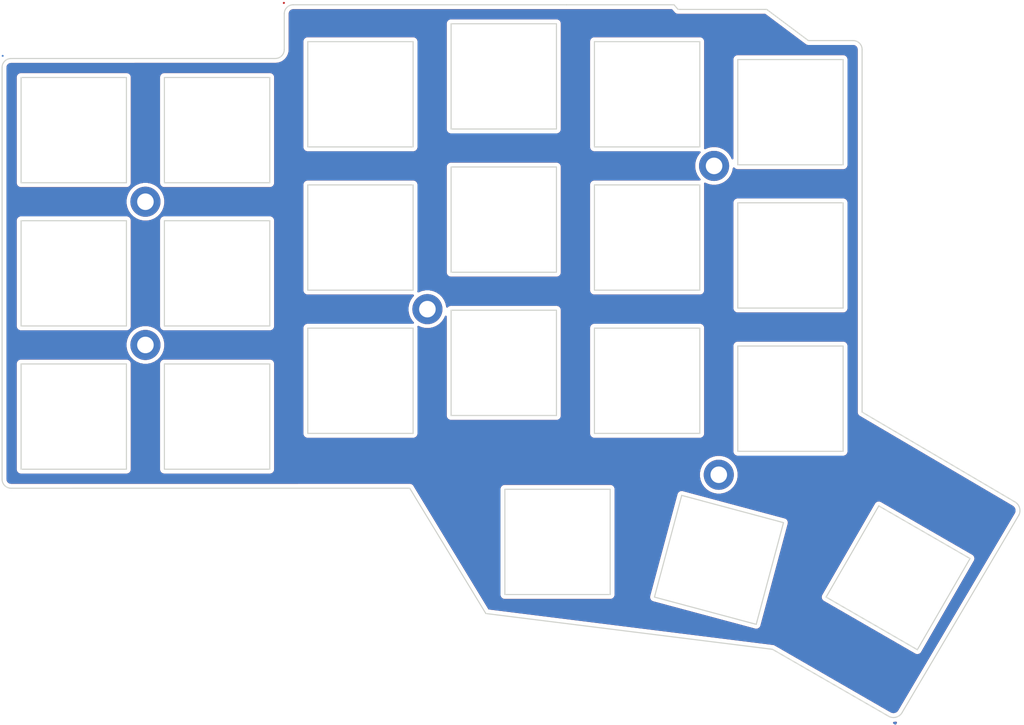
<source format=kicad_pcb>
(kicad_pcb (version 20171130) (host pcbnew 5.1.5)

  (general
    (thickness 1.6)
    (drawings 108)
    (tracks 0)
    (zones 0)
    (modules 5)
    (nets 1)
  )

  (page A4)
  (layers
    (0 F.Cu signal)
    (31 B.Cu signal)
    (32 B.Adhes user hide)
    (33 F.Adhes user hide)
    (34 B.Paste user hide)
    (35 F.Paste user hide)
    (36 B.SilkS user hide)
    (37 F.SilkS user hide)
    (38 B.Mask user hide)
    (39 F.Mask user hide)
    (40 Dwgs.User user hide)
    (41 Cmts.User user hide)
    (42 Eco1.User user hide)
    (43 Eco2.User user)
    (44 Edge.Cuts user)
    (45 Margin user)
    (46 B.CrtYd user hide)
    (47 F.CrtYd user)
    (48 B.Fab user hide)
    (49 F.Fab user hide)
  )

  (setup
    (last_trace_width 0.25)
    (trace_clearance 0.2)
    (zone_clearance 0.508)
    (zone_45_only no)
    (trace_min 0.2)
    (via_size 0.8)
    (via_drill 0.4)
    (via_min_size 0.4)
    (via_min_drill 0.3)
    (uvia_size 0.3)
    (uvia_drill 0.1)
    (uvias_allowed no)
    (uvia_min_size 0.2)
    (uvia_min_drill 0.1)
    (edge_width 0.05)
    (segment_width 0.2)
    (pcb_text_width 0.3)
    (pcb_text_size 1.5 1.5)
    (mod_edge_width 0.12)
    (mod_text_size 1 1)
    (mod_text_width 0.15)
    (pad_size 1.524 1.524)
    (pad_drill 0.762)
    (pad_to_mask_clearance 0.051)
    (solder_mask_min_width 0.25)
    (aux_axis_origin 0 0)
    (visible_elements FFFFFF7F)
    (pcbplotparams
      (layerselection 0x010fc_ffffffff)
      (usegerberextensions false)
      (usegerberattributes false)
      (usegerberadvancedattributes false)
      (creategerberjobfile false)
      (excludeedgelayer true)
      (linewidth 0.100000)
      (plotframeref false)
      (viasonmask false)
      (mode 1)
      (useauxorigin false)
      (hpglpennumber 1)
      (hpglpenspeed 20)
      (hpglpendiameter 15.000000)
      (psnegative false)
      (psa4output false)
      (plotreference true)
      (plotvalue true)
      (plotinvisibletext false)
      (padsonsilk false)
      (subtractmaskfromsilk false)
      (outputformat 1)
      (mirror false)
      (drillshape 1)
      (scaleselection 1)
      (outputdirectory ""))
  )

  (net 0 "")

  (net_class Default "This is the default net class."
    (clearance 0.2)
    (trace_width 0.25)
    (via_dia 0.8)
    (via_drill 0.4)
    (uvia_dia 0.3)
    (uvia_drill 0.1)
  )

  (module kbd:LEGO_HOLE (layer F.Cu) (tedit 5B890249) (tstamp 5E2C5110)
    (at 185.20878 122.46928)
    (descr "Mounting Hole 2.2mm, no annular, M2")
    (tags "mounting hole 2.2mm no annular m2")
    (attr virtual)
    (fp_text reference "" (at 0 -3.2) (layer F.SilkS)
      (effects (font (size 1 1) (thickness 0.15)))
    )
    (fp_text value "" (at 0 3.2) (layer F.Fab)
      (effects (font (size 1 1) (thickness 0.15)))
    )
    (fp_circle (center 0 0) (end 2.45 0) (layer F.CrtYd) (width 0.05))
    (fp_circle (center 0 0) (end 2.2 0) (layer Cmts.User) (width 0.15))
    (fp_text user %R (at 0.3 0) (layer F.Fab)
      (effects (font (size 1 1) (thickness 0.15)))
    )
    (pad "" thru_hole circle (at 0 0) (size 4 4) (drill 2.2) (layers *.Cu *.Mask))
  )

  (module kbd:LEGO_HOLE (layer F.Cu) (tedit 5B890249) (tstamp 5E2C5110)
    (at 184.58278 81.39428)
    (descr "Mounting Hole 2.2mm, no annular, M2")
    (tags "mounting hole 2.2mm no annular m2")
    (attr virtual)
    (fp_text reference "" (at 0 -3.2) (layer F.SilkS)
      (effects (font (size 1 1) (thickness 0.15)))
    )
    (fp_text value "" (at 0 3.2) (layer F.Fab)
      (effects (font (size 1 1) (thickness 0.15)))
    )
    (fp_circle (center 0 0) (end 2.45 0) (layer F.CrtYd) (width 0.05))
    (fp_circle (center 0 0) (end 2.2 0) (layer Cmts.User) (width 0.15))
    (fp_text user %R (at 0.3 0) (layer F.Fab)
      (effects (font (size 1 1) (thickness 0.15)))
    )
    (pad "" thru_hole circle (at 0 0) (size 4 4) (drill 2.2) (layers *.Cu *.Mask))
  )

  (module kbd:LEGO_HOLE (layer F.Cu) (tedit 5B890249) (tstamp 5E2C5110)
    (at 146.48278 100.44428)
    (descr "Mounting Hole 2.2mm, no annular, M2")
    (tags "mounting hole 2.2mm no annular m2")
    (attr virtual)
    (fp_text reference "" (at 0 -3.2) (layer F.SilkS)
      (effects (font (size 1 1) (thickness 0.15)))
    )
    (fp_text value "" (at 0 3.2) (layer F.Fab)
      (effects (font (size 1 1) (thickness 0.15)))
    )
    (fp_text user %R (at 0.3 0) (layer F.Fab)
      (effects (font (size 1 1) (thickness 0.15)))
    )
    (fp_circle (center 0 0) (end 2.2 0) (layer Cmts.User) (width 0.15))
    (fp_circle (center 0 0) (end 2.45 0) (layer F.CrtYd) (width 0.05))
    (pad "" thru_hole circle (at 0 0) (size 4 4) (drill 2.2) (layers *.Cu *.Mask))
  )

  (module kbd:LEGO_HOLE (layer F.Cu) (tedit 5B890249) (tstamp 5E2C5110)
    (at 109.00753 105.20678)
    (descr "Mounting Hole 2.2mm, no annular, M2")
    (tags "mounting hole 2.2mm no annular m2")
    (attr virtual)
    (fp_text reference "" (at 0 -3.2) (layer F.SilkS)
      (effects (font (size 1 1) (thickness 0.15)))
    )
    (fp_text value "" (at 0 3.2) (layer F.Fab)
      (effects (font (size 1 1) (thickness 0.15)))
    )
    (fp_circle (center 0 0) (end 2.45 0) (layer F.CrtYd) (width 0.05))
    (fp_circle (center 0 0) (end 2.2 0) (layer Cmts.User) (width 0.15))
    (fp_text user %R (at 0.3 0) (layer F.Fab)
      (effects (font (size 1 1) (thickness 0.15)))
    )
    (pad "" thru_hole circle (at 0 0) (size 4 4) (drill 2.2) (layers *.Cu *.Mask))
  )

  (module kbd:LEGO_HOLE (layer F.Cu) (tedit 5B890249) (tstamp 5E2C5110)
    (at 109.00753 86.15678)
    (descr "Mounting Hole 2.2mm, no annular, M2")
    (tags "mounting hole 2.2mm no annular m2")
    (attr virtual)
    (fp_text reference "" (at 0 -3.2) (layer F.SilkS)
      (effects (font (size 1 1) (thickness 0.15)))
    )
    (fp_text value "" (at 0 3.2) (layer F.Fab)
      (effects (font (size 1 1) (thickness 0.15)))
    )
    (fp_circle (center 0 0) (end 2.45 0) (layer F.CrtYd) (width 0.05))
    (fp_circle (center 0 0) (end 2.2 0) (layer Cmts.User) (width 0.15))
    (fp_text user %R (at 0.3 0) (layer F.Fab)
      (effects (font (size 1 1) (thickness 0.15)))
    )
    (pad "" thru_hole circle (at 0 0) (size 4 4) (drill 2.2) (layers *.Cu *.Mask))
  )

  (gr_line (start 211.597448 145.737908) (end 199.473092 138.737908) (layer Edge.Cuts) (width 0.15) (tstamp 5E2BC2C0))
  (gr_line (start 199.473092 138.737908) (end 206.473092 126.613552) (layer Edge.Cuts) (width 0.15) (tstamp 5E2BC2BF))
  (gr_line (start 206.473092 126.613552) (end 218.597448 133.613552) (layer Edge.Cuts) (width 0.15) (tstamp 5E2BC2BE))
  (gr_line (start 211.597448 145.737908) (end 218.597448 133.613552) (layer Edge.Cuts) (width 0.15) (tstamp 5E2BC2BD))
  (gr_line (start 176.659715 138.739146) (end 180.283183 125.216184) (layer Edge.Cuts) (width 0.15) (tstamp 5E2BC2C0))
  (gr_line (start 180.283183 125.216184) (end 193.806145 128.839652) (layer Edge.Cuts) (width 0.15) (tstamp 5E2BC2BF))
  (gr_line (start 193.806145 128.839652) (end 190.182677 142.362614) (layer Edge.Cuts) (width 0.15) (tstamp 5E2BC2BE))
  (gr_line (start 176.659715 138.739146) (end 190.182677 142.362614) (layer Edge.Cuts) (width 0.15) (tstamp 5E2BC2BD))
  (gr_line (start 156.77753 138.40053) (end 156.77753 124.40053) (layer Edge.Cuts) (width 0.15) (tstamp 5E2BC2C0))
  (gr_line (start 156.77753 124.40053) (end 170.77753 124.40053) (layer Edge.Cuts) (width 0.15) (tstamp 5E2BC2BF))
  (gr_line (start 170.77753 124.40053) (end 170.77753 138.40053) (layer Edge.Cuts) (width 0.15) (tstamp 5E2BC2BE))
  (gr_line (start 156.77753 138.40053) (end 170.77753 138.40053) (layer Edge.Cuts) (width 0.15) (tstamp 5E2BC2BD))
  (gr_line (start 201.73378 67.25053) (end 201.73378 81.25053) (layer Edge.Cuts) (width 0.15) (tstamp 5E2BC229))
  (gr_line (start 187.73378 119.35053) (end 187.73378 105.35053) (layer Edge.Cuts) (width 0.15) (tstamp 5E2BC228))
  (gr_line (start 187.73378 105.35053) (end 201.73378 105.35053) (layer Edge.Cuts) (width 0.15) (tstamp 5E2BC227))
  (gr_line (start 187.73378 86.30053) (end 201.73378 86.30053) (layer Edge.Cuts) (width 0.15) (tstamp 5E2BC226))
  (gr_line (start 187.73378 81.25053) (end 187.73378 67.25053) (layer Edge.Cuts) (width 0.15) (tstamp 5E2BC225))
  (gr_line (start 201.73378 105.35053) (end 201.73378 119.35053) (layer Edge.Cuts) (width 0.15) (tstamp 5E2BC224))
  (gr_line (start 187.73378 67.25053) (end 201.73378 67.25053) (layer Edge.Cuts) (width 0.15) (tstamp 5E2BC223))
  (gr_line (start 187.73378 100.30053) (end 187.73378 86.30053) (layer Edge.Cuts) (width 0.15) (tstamp 5E2BC222))
  (gr_line (start 187.73378 119.35053) (end 201.73378 119.35053) (layer Edge.Cuts) (width 0.15) (tstamp 5E2BC221))
  (gr_line (start 201.73378 86.30053) (end 201.73378 100.30053) (layer Edge.Cuts) (width 0.15) (tstamp 5E2BC220))
  (gr_line (start 187.73378 100.30053) (end 201.73378 100.30053) (layer Edge.Cuts) (width 0.15) (tstamp 5E2BC21F))
  (gr_line (start 187.73378 81.25053) (end 201.73378 81.25053) (layer Edge.Cuts) (width 0.15) (tstamp 5E2BC21E))
  (gr_line (start 182.68378 83.91928) (end 182.68378 97.91928) (layer Edge.Cuts) (width 0.15) (tstamp 5E2BC1E2))
  (gr_line (start 168.68378 116.96928) (end 182.68378 116.96928) (layer Edge.Cuts) (width 0.15) (tstamp 5E2BC1E1))
  (gr_line (start 168.68378 97.91928) (end 182.68378 97.91928) (layer Edge.Cuts) (width 0.15) (tstamp 5E2BC1E0))
  (gr_line (start 182.68378 64.86928) (end 182.68378 78.86928) (layer Edge.Cuts) (width 0.15) (tstamp 5E2BC1DF))
  (gr_line (start 168.68378 97.91928) (end 168.68378 83.91928) (layer Edge.Cuts) (width 0.15) (tstamp 5E2BC1DE))
  (gr_line (start 182.68378 102.96928) (end 182.68378 116.96928) (layer Edge.Cuts) (width 0.15) (tstamp 5E2BC1DD))
  (gr_line (start 168.68378 64.86928) (end 182.68378 64.86928) (layer Edge.Cuts) (width 0.15) (tstamp 5E2BC1DC))
  (gr_line (start 168.68378 78.86928) (end 168.68378 64.86928) (layer Edge.Cuts) (width 0.15) (tstamp 5E2BC1DB))
  (gr_line (start 168.68378 83.91928) (end 182.68378 83.91928) (layer Edge.Cuts) (width 0.15) (tstamp 5E2BC1DA))
  (gr_line (start 168.68378 102.96928) (end 182.68378 102.96928) (layer Edge.Cuts) (width 0.15) (tstamp 5E2BC1D9))
  (gr_line (start 168.68378 116.96928) (end 168.68378 102.96928) (layer Edge.Cuts) (width 0.15) (tstamp 5E2BC1D8))
  (gr_line (start 168.68378 78.86928) (end 182.68378 78.86928) (layer Edge.Cuts) (width 0.15) (tstamp 5E2BC1D7))
  (gr_line (start 149.63378 76.48803) (end 163.63378 76.48803) (layer Edge.Cuts) (width 0.15) (tstamp 5E2BC086))
  (gr_line (start 163.63378 62.48803) (end 163.63378 76.48803) (layer Edge.Cuts) (width 0.15) (tstamp 5E2BC085))
  (gr_line (start 149.63378 62.48803) (end 163.63378 62.48803) (layer Edge.Cuts) (width 0.15) (tstamp 5E2BC084))
  (gr_line (start 149.63378 95.53803) (end 149.63378 81.53803) (layer Edge.Cuts) (width 0.15) (tstamp 5E2BC083))
  (gr_line (start 163.63378 81.53803) (end 163.63378 95.53803) (layer Edge.Cuts) (width 0.15) (tstamp 5E2BC082))
  (gr_line (start 149.63378 100.58803) (end 163.63378 100.58803) (layer Edge.Cuts) (width 0.15) (tstamp 5E2BC081))
  (gr_line (start 149.63378 114.58803) (end 149.63378 100.58803) (layer Edge.Cuts) (width 0.15) (tstamp 5E2BC080))
  (gr_line (start 149.63378 95.53803) (end 163.63378 95.53803) (layer Edge.Cuts) (width 0.15) (tstamp 5E2BC07F))
  (gr_line (start 149.63378 81.53803) (end 163.63378 81.53803) (layer Edge.Cuts) (width 0.15) (tstamp 5E2BC07E))
  (gr_line (start 149.63378 114.58803) (end 163.63378 114.58803) (layer Edge.Cuts) (width 0.15) (tstamp 5E2BC07D))
  (gr_line (start 149.63378 76.48803) (end 149.63378 62.48803) (layer Edge.Cuts) (width 0.15) (tstamp 5E2BC07C))
  (gr_line (start 163.63378 100.58803) (end 163.63378 114.58803) (layer Edge.Cuts) (width 0.15) (tstamp 5E2BC07B))
  (gr_line (start 130.58378 78.86928) (end 130.58378 64.86928) (layer Edge.Cuts) (width 0.15) (tstamp 5E2BBFD8))
  (gr_line (start 144.58378 64.86928) (end 144.58378 78.86928) (layer Edge.Cuts) (width 0.15) (tstamp 5E2BBFD7))
  (gr_line (start 130.58378 78.86928) (end 144.58378 78.86928) (layer Edge.Cuts) (width 0.15) (tstamp 5E2BBFD6))
  (gr_line (start 130.58378 64.86928) (end 144.58378 64.86928) (layer Edge.Cuts) (width 0.15) (tstamp 5E2BBFD5))
  (gr_line (start 130.58378 83.91928) (end 144.58378 83.91928) (layer Edge.Cuts) (width 0.15) (tstamp 5E2BBF58))
  (gr_line (start 130.58378 97.91928) (end 130.58378 83.91928) (layer Edge.Cuts) (width 0.15) (tstamp 5E2BBF57))
  (gr_line (start 130.58378 97.91928) (end 144.58378 97.91928) (layer Edge.Cuts) (width 0.15) (tstamp 5E2BBF56))
  (gr_line (start 144.58378 83.91928) (end 144.58378 97.91928) (layer Edge.Cuts) (width 0.15) (tstamp 5E2BBF55))
  (gr_line (start 130.58378 116.96928) (end 144.58378 116.96928) (layer Edge.Cuts) (width 0.15) (tstamp 5E2BBC38))
  (gr_line (start 130.58378 116.96928) (end 130.58378 102.96928) (layer Edge.Cuts) (width 0.15) (tstamp 5E2BBC37))
  (gr_line (start 130.58378 102.96928) (end 144.58378 102.96928) (layer Edge.Cuts) (width 0.15) (tstamp 5E2BBC36))
  (gr_line (start 144.58378 102.96928) (end 144.58378 116.96928) (layer Edge.Cuts) (width 0.15) (tstamp 5E2BBC35))
  (gr_line (start 125.53253 107.73178) (end 125.53253 121.73178) (layer Edge.Cuts) (width 0.15) (tstamp 5E2BBC1D))
  (gr_line (start 92.48253 107.73178) (end 106.48253 107.73178) (layer Edge.Cuts) (width 0.15) (tstamp 5E2BBC1C))
  (gr_line (start 92.48253 121.73178) (end 106.48253 121.73178) (layer Edge.Cuts) (width 0.15) (tstamp 5E2BBC1B))
  (gr_line (start 106.48253 107.73178) (end 106.48253 121.73178) (layer Edge.Cuts) (width 0.15) (tstamp 5E2BBC1A))
  (gr_line (start 111.53253 121.73178) (end 125.53253 121.73178) (layer Edge.Cuts) (width 0.15) (tstamp 5E2BBC19))
  (gr_line (start 111.53253 121.73178) (end 111.53253 107.73178) (layer Edge.Cuts) (width 0.15) (tstamp 5E2BBC18))
  (gr_line (start 92.48253 121.73178) (end 92.48253 107.73178) (layer Edge.Cuts) (width 0.15) (tstamp 5E2BBC17))
  (gr_line (start 111.53253 107.73178) (end 125.53253 107.73178) (layer Edge.Cuts) (width 0.15) (tstamp 5E2BBC16))
  (gr_line (start 111.53253 102.68178) (end 111.53253 88.68178) (layer Edge.Cuts) (width 0.15) (tstamp 5E2BBBDE))
  (gr_line (start 92.48253 102.68178) (end 92.48253 88.68178) (layer Edge.Cuts) (width 0.15) (tstamp 5E2BBBDD))
  (gr_line (start 125.53253 88.68178) (end 125.53253 102.68178) (layer Edge.Cuts) (width 0.15) (tstamp 5E2BBBDC))
  (gr_line (start 111.53253 88.68178) (end 125.53253 88.68178) (layer Edge.Cuts) (width 0.15) (tstamp 5E2BBBDB))
  (gr_line (start 92.48253 102.68178) (end 106.48253 102.68178) (layer Edge.Cuts) (width 0.15) (tstamp 5E2BBBDA))
  (gr_line (start 92.48253 88.68178) (end 106.48253 88.68178) (layer Edge.Cuts) (width 0.15) (tstamp 5E2BBBD9))
  (gr_line (start 111.53253 102.68178) (end 125.53253 102.68178) (layer Edge.Cuts) (width 0.15) (tstamp 5E2BBBD8))
  (gr_line (start 106.48253 88.68178) (end 106.48253 102.68178) (layer Edge.Cuts) (width 0.15) (tstamp 5E2BBBD7))
  (gr_line (start 111.53253 83.63178) (end 111.53253 69.63178) (layer Edge.Cuts) (width 0.15) (tstamp 5E2BBB2C))
  (gr_line (start 111.53253 83.63178) (end 125.53253 83.63178) (layer Edge.Cuts) (width 0.15) (tstamp 5E2BBB2B))
  (gr_line (start 111.53253 69.63178) (end 125.53253 69.63178) (layer Edge.Cuts) (width 0.15) (tstamp 5E2BBB2A))
  (gr_line (start 125.53253 69.63178) (end 125.53253 83.63178) (layer Edge.Cuts) (width 0.15) (tstamp 5E2BBB29))
  (gr_line (start 106.48253 69.63178) (end 106.48253 83.63178) (layer Edge.Cuts) (width 0.15) (tstamp 5E2BB516))
  (gr_line (start 92.48253 83.63178) (end 92.48253 69.63178) (layer Edge.Cuts) (width 0.15) (tstamp 5E2BB515))
  (gr_line (start 92.48253 69.63178) (end 106.48253 69.63178) (layer Edge.Cuts) (width 0.15) (tstamp 5E2BB514))
  (gr_line (start 92.48253 83.63178) (end 106.48253 83.63178) (layer Edge.Cuts) (width 0.15) (tstamp 5E2BB513))
  (gr_line (start 197.11378 64.72553) (end 191.58458 60.58408) (angle 90) (layer Edge.Cuts) (width 0.15) (tstamp 5E2BBD08))
  (gr_line (start 191.58458 60.58408) (end 190.31458 60.58408) (angle 90) (layer Edge.Cuts) (width 0.15) (tstamp 5E2BBBA9))
  (gr_arc (start 203.066905 65.916155) (end 203.066905 64.72553) (angle 90) (layer Edge.Cuts) (width 0.15) (tstamp 5E2BBBA8))
  (gr_arc (start 91.146905 68.299905) (end 89.95628 68.299905) (angle 90) (layer Edge.Cuts) (width 0.15) (tstamp 5E2BBBA7))
  (gr_arc (start 128.652843 61.153655) (end 127.462218 61.153655) (angle 90) (layer Edge.Cuts) (width 0.15) (tstamp 5E2BBBA6))
  (gr_arc (start 126.271593 65.916156) (end 127.462218 65.916156) (angle 90) (layer Edge.Cuts) (width 0.15) (tstamp 5E2BBBA5))
  (gr_arc (start 91.146905 123.068655) (end 91.146905 124.25928) (angle 90) (layer Edge.Cuts) (width 0.15) (tstamp 5E2BBBA4))
  (gr_line (start 127.462218 61.153655) (end 127.462218 65.916155) (angle 90) (layer Edge.Cuts) (width 0.15) (tstamp 5E2BBBA3))
  (gr_line (start 126.271593 67.10678) (end 91.146905 67.10928) (angle 90) (layer Edge.Cuts) (width 0.15) (tstamp 5E2BBBA2))
  (gr_line (start 89.95628 68.299905) (end 89.95628 123.068655) (angle 90) (layer Edge.Cuts) (width 0.15) (tstamp 5E2BBBA1))
  (gr_line (start 197.11378 64.72553) (end 203.066905 64.72553) (angle 90) (layer Edge.Cuts) (width 0.15) (tstamp 5E2BBBA0))
  (gr_line (start 204.25753 65.916155) (end 204.25753 114.136468) (angle 90) (layer Edge.Cuts) (width 0.15) (tstamp 5E2BBB9F))
  (gr_line (start 91.14378 124.25928) (end 144.130968 124.25678) (angle 90) (layer Edge.Cuts) (width 0.15) (tstamp 5E2BBB9E))
  (gr_line (start 154.25128 140.92553) (end 192.35128 145.68803) (angle 90) (layer Edge.Cuts) (width 0.15) (tstamp 5E2BBB9D))
  (gr_line (start 154.25128 140.92553) (end 144.130968 124.25678) (angle 90) (layer Edge.Cuts) (width 0.15) (tstamp 5E2BBB9C))
  (gr_arc (start 223.902843 127.233343) (end 224.498155 126.042718) (angle 90) (layer Edge.Cuts) (width 0.15) (tstamp 5E2BBB9B))
  (gr_arc (start 208.424718 153.427093) (end 209.615343 154.022405) (angle 90) (layer Edge.Cuts) (width 0.15) (tstamp 5E2BBB9A))
  (gr_line (start 224.498155 126.042718) (end 204.25753 114.136468) (angle 90) (layer Edge.Cuts) (width 0.15) (tstamp 5E2BBB99))
  (gr_line (start 225.093468 127.828655) (end 209.615343 154.022405) (angle 90) (layer Edge.Cuts) (width 0.15) (tstamp 5E2BBB98))
  (gr_line (start 207.829405 154.617718) (end 192.35128 145.68803) (angle 90) (layer Edge.Cuts) (width 0.15) (tstamp 5E2BBB97))
  (gr_line (start 179.79898 60.58408) (end 190.31458 60.58408) (angle 90) (layer Edge.Cuts) (width 0.15) (tstamp 5E2BB95A))
  (gr_line (start 179.254405 59.96303) (end 179.79898 60.58408) (angle 90) (layer Edge.Cuts) (width 0.15) (tstamp 5E2BB927))
  (gr_line (start 164.966905 59.96303) (end 179.254405 59.96303) (angle 90) (layer Edge.Cuts) (width 0.15) (tstamp 5E2BB8F4))
  (gr_line (start 128.652843 59.96303) (end 164.966905 59.96303) (angle 90) (layer Edge.Cuts) (width 0.15) (tstamp 5E2BB8C1))

  (zone (net 0) (net_name "") (layers F&B.Cu) (tstamp 5E2BC676) (hatch edge 0.508)
    (connect_pads (clearance 0.508))
    (min_thickness 0.254)
    (keepout (tracks not_allowed) (vias not_allowed) (copperpour not_allowed))
    (fill (arc_segments 16) (thermal_gap 0.508) (thermal_bridge_width 0.508))
    (polygon
      (pts
        (xy 92.63253 69.78178) (xy 92.63253 83.48178) (xy 106.33253 83.48178) (xy 106.33253 69.78178)
      )
    )
  )
  (zone (net 0) (net_name "") (layers F&B.Cu) (tstamp 5E2BC676) (hatch edge 0.508)
    (connect_pads (clearance 0.508))
    (min_thickness 0.254)
    (keepout (tracks not_allowed) (vias not_allowed) (copperpour not_allowed))
    (fill (arc_segments 16) (thermal_gap 0.508) (thermal_bridge_width 0.508))
    (polygon
      (pts
        (xy 92.63253 88.83178) (xy 92.63253 102.53178) (xy 106.33253 102.53178) (xy 106.33253 88.83178)
      )
    )
  )
  (zone (net 0) (net_name "") (layers F&B.Cu) (tstamp 5E2BC676) (hatch edge 0.508)
    (connect_pads (clearance 0.508))
    (min_thickness 0.254)
    (keepout (tracks not_allowed) (vias not_allowed) (copperpour not_allowed))
    (fill (arc_segments 16) (thermal_gap 0.508) (thermal_bridge_width 0.508))
    (polygon
      (pts
        (xy 92.63253 107.88178) (xy 92.63253 121.58178) (xy 106.33253 121.58178) (xy 106.33253 107.88178)
      )
    )
  )
  (zone (net 0) (net_name "") (layers F&B.Cu) (tstamp 5E2BC676) (hatch edge 0.508)
    (connect_pads (clearance 0.508))
    (min_thickness 0.254)
    (keepout (tracks not_allowed) (vias not_allowed) (copperpour not_allowed))
    (fill (arc_segments 16) (thermal_gap 0.508) (thermal_bridge_width 0.508))
    (polygon
      (pts
        (xy 111.68253 107.88178) (xy 111.68253 121.58178) (xy 125.38253 121.58178) (xy 125.38253 107.88178)
      )
    )
  )
  (zone (net 0) (net_name "") (layers F&B.Cu) (tstamp 5E2BC676) (hatch edge 0.508)
    (connect_pads (clearance 0.508))
    (min_thickness 0.254)
    (keepout (tracks not_allowed) (vias not_allowed) (copperpour not_allowed))
    (fill (arc_segments 16) (thermal_gap 0.508) (thermal_bridge_width 0.508))
    (polygon
      (pts
        (xy 111.68253 88.83178) (xy 111.68253 102.53178) (xy 125.38253 102.53178) (xy 125.38253 88.83178)
      )
    )
  )
  (zone (net 0) (net_name "") (layers F&B.Cu) (tstamp 5E2BC676) (hatch edge 0.508)
    (connect_pads (clearance 0.508))
    (min_thickness 0.254)
    (keepout (tracks not_allowed) (vias not_allowed) (copperpour not_allowed))
    (fill (arc_segments 16) (thermal_gap 0.508) (thermal_bridge_width 0.508))
    (polygon
      (pts
        (xy 111.68253 69.78178) (xy 111.68253 83.48178) (xy 125.38253 83.48178) (xy 125.38253 69.78178)
      )
    )
  )
  (zone (net 0) (net_name "") (layers F&B.Cu) (tstamp 5E2BC676) (hatch edge 0.508)
    (connect_pads (clearance 0.508))
    (min_thickness 0.254)
    (keepout (tracks not_allowed) (vias not_allowed) (copperpour not_allowed))
    (fill (arc_segments 16) (thermal_gap 0.508) (thermal_bridge_width 0.508))
    (polygon
      (pts
        (xy 130.73378 65.01928) (xy 130.73378 78.71928) (xy 144.43378 78.71928) (xy 144.43378 65.01928)
      )
    )
  )
  (zone (net 0) (net_name "") (layers F&B.Cu) (tstamp 5E2BC676) (hatch edge 0.508)
    (connect_pads (clearance 0.508))
    (min_thickness 0.254)
    (keepout (tracks not_allowed) (vias not_allowed) (copperpour not_allowed))
    (fill (arc_segments 16) (thermal_gap 0.508) (thermal_bridge_width 0.508))
    (polygon
      (pts
        (xy 130.73378 84.06928) (xy 130.73378 97.76928) (xy 144.43378 97.76928) (xy 144.43378 84.06928)
      )
    )
  )
  (zone (net 0) (net_name "") (layers F&B.Cu) (tstamp 5E2BC676) (hatch edge 0.508)
    (connect_pads (clearance 0.508))
    (min_thickness 0.254)
    (keepout (tracks not_allowed) (vias not_allowed) (copperpour not_allowed))
    (fill (arc_segments 16) (thermal_gap 0.508) (thermal_bridge_width 0.508))
    (polygon
      (pts
        (xy 130.73378 103.11928) (xy 130.73378 116.81928) (xy 144.43378 116.81928) (xy 144.43378 103.11928)
      )
    )
  )
  (zone (net 0) (net_name "") (layers F&B.Cu) (tstamp 5E2BC676) (hatch edge 0.508)
    (connect_pads (clearance 0.508))
    (min_thickness 0.254)
    (keepout (tracks not_allowed) (vias not_allowed) (copperpour not_allowed))
    (fill (arc_segments 16) (thermal_gap 0.508) (thermal_bridge_width 0.508))
    (polygon
      (pts
        (xy 149.78378 62.63803) (xy 149.78378 76.33803) (xy 163.48378 76.33803) (xy 163.48378 62.63803)
      )
    )
  )
  (zone (net 0) (net_name "") (layers F&B.Cu) (tstamp 5E2BC676) (hatch edge 0.508)
    (connect_pads (clearance 0.508))
    (min_thickness 0.254)
    (keepout (tracks not_allowed) (vias not_allowed) (copperpour not_allowed))
    (fill (arc_segments 16) (thermal_gap 0.508) (thermal_bridge_width 0.508))
    (polygon
      (pts
        (xy 149.78378 81.68803) (xy 149.78378 95.38803) (xy 163.48378 95.38803) (xy 163.48378 81.68803)
      )
    )
  )
  (zone (net 0) (net_name "") (layers F&B.Cu) (tstamp 5E2BC676) (hatch edge 0.508)
    (connect_pads (clearance 0.508))
    (min_thickness 0.254)
    (keepout (tracks not_allowed) (vias not_allowed) (copperpour not_allowed))
    (fill (arc_segments 16) (thermal_gap 0.508) (thermal_bridge_width 0.508))
    (polygon
      (pts
        (xy 149.78378 100.73803) (xy 149.78378 114.43803) (xy 163.48378 114.43803) (xy 163.48378 100.73803)
      )
    )
  )
  (zone (net 0) (net_name "") (layers F&B.Cu) (tstamp 5E2BC676) (hatch edge 0.508)
    (connect_pads (clearance 0.508))
    (min_thickness 0.254)
    (keepout (tracks not_allowed) (vias not_allowed) (copperpour not_allowed))
    (fill (arc_segments 16) (thermal_gap 0.508) (thermal_bridge_width 0.508))
    (polygon
      (pts
        (xy 168.83378 103.11928) (xy 168.83378 116.81928) (xy 182.53378 116.81928) (xy 182.53378 103.11928)
      )
    )
  )
  (zone (net 0) (net_name "") (layers F&B.Cu) (tstamp 5E2BC676) (hatch edge 0.508)
    (connect_pads (clearance 0.508))
    (min_thickness 0.254)
    (keepout (tracks not_allowed) (vias not_allowed) (copperpour not_allowed))
    (fill (arc_segments 16) (thermal_gap 0.508) (thermal_bridge_width 0.508))
    (polygon
      (pts
        (xy 168.83378 84.06928) (xy 168.83378 97.76928) (xy 182.53378 97.76928) (xy 182.53378 84.06928)
      )
    )
  )
  (zone (net 0) (net_name "") (layers F&B.Cu) (tstamp 5E2BC676) (hatch edge 0.508)
    (connect_pads (clearance 0.508))
    (min_thickness 0.254)
    (keepout (tracks not_allowed) (vias not_allowed) (copperpour not_allowed))
    (fill (arc_segments 16) (thermal_gap 0.508) (thermal_bridge_width 0.508))
    (polygon
      (pts
        (xy 168.83378 65.01928) (xy 168.83378 78.71928) (xy 182.53378 78.71928) (xy 182.53378 65.01928)
      )
    )
  )
  (zone (net 0) (net_name "") (layers F&B.Cu) (tstamp 5E2BC676) (hatch edge 0.508)
    (connect_pads (clearance 0.508))
    (min_thickness 0.254)
    (keepout (tracks not_allowed) (vias not_allowed) (copperpour not_allowed))
    (fill (arc_segments 16) (thermal_gap 0.508) (thermal_bridge_width 0.508))
    (polygon
      (pts
        (xy 187.88378 67.40053) (xy 187.88378 81.10053) (xy 201.58378 81.10053) (xy 201.58378 67.40053)
      )
    )
  )
  (zone (net 0) (net_name "") (layers F&B.Cu) (tstamp 5E2BC676) (hatch edge 0.508)
    (connect_pads (clearance 0.508))
    (min_thickness 0.254)
    (keepout (tracks not_allowed) (vias not_allowed) (copperpour not_allowed))
    (fill (arc_segments 16) (thermal_gap 0.508) (thermal_bridge_width 0.508))
    (polygon
      (pts
        (xy 187.88378 86.45053) (xy 187.88378 100.15053) (xy 201.58378 100.15053) (xy 201.58378 86.45053)
      )
    )
  )
  (zone (net 0) (net_name "") (layers F&B.Cu) (tstamp 5E2BC676) (hatch edge 0.508)
    (connect_pads (clearance 0.508))
    (min_thickness 0.254)
    (keepout (tracks not_allowed) (vias not_allowed) (copperpour not_allowed))
    (fill (arc_segments 16) (thermal_gap 0.508) (thermal_bridge_width 0.508))
    (polygon
      (pts
        (xy 187.88378 105.50053) (xy 187.88378 119.20053) (xy 201.58378 119.20053) (xy 201.58378 105.50053)
      )
    )
  )
  (zone (net 0) (net_name "") (layers F&B.Cu) (tstamp 5E2BC676) (hatch edge 0.508)
    (connect_pads (clearance 0.508))
    (min_thickness 0.254)
    (keepout (tracks not_allowed) (vias not_allowed) (copperpour not_allowed))
    (fill (arc_segments 16) (thermal_gap 0.508) (thermal_bridge_width 0.508))
    (polygon
      (pts
        (xy 156.92753 124.55053) (xy 156.92753 138.25053) (xy 170.62753 138.25053) (xy 170.62753 124.55053)
      )
    )
  )
  (zone (net 0) (net_name "") (layers F&B.Cu) (tstamp 5E2BC676) (hatch edge 0.508)
    (connect_pads (clearance 0.508))
    (min_thickness 0.254)
    (keepout (tracks not_allowed) (vias not_allowed) (copperpour not_allowed))
    (fill (arc_segments 16) (thermal_gap 0.508) (thermal_bridge_width 0.508))
    (polygon
      (pts
        (xy 180.433183 125.366184) (xy 176.887362 138.599368) (xy 190.120546 142.145189) (xy 193.666367 128.912005)
      )
    )
  )
  (zone (net 0) (net_name "") (layers F&B.Cu) (tstamp 5E2BC9BD) (hatch edge 0.508)
    (connect_pads (clearance 0.508))
    (min_thickness 0.254)
    (keepout (tracks not_allowed) (vias not_allowed) (copperpour not_allowed))
    (fill (arc_segments 16) (thermal_gap 0.508) (thermal_bridge_width 0.508))
    (polygon
      (pts
        (xy 199.692563 138.661493) (xy 211.557111 145.511493) (xy 218.407111 133.646945) (xy 206.542563 126.796945)
      )
    )
  )
  (zone (net 0) (net_name "") (layer B.Cu) (tstamp 5E2BCAD0) (hatch edge 0.508)
    (connect_pads (clearance 0.508))
    (min_thickness 0.254)
    (fill yes (arc_segments 32) (thermal_gap 0.508) (thermal_bridge_width 0.508))
    (polygon
      (pts
        (xy 180.24348 60.22086) (xy 191.7319 60.22086) (xy 197.27926 64.45758) (xy 204.48778 64.45758) (xy 204.48778 114.01806)
        (xy 225.76028 126.55296) (xy 208.7245 155.74518) (xy 192.1256 146.04746) (xy 154.0764 141.1986) (xy 143.9418 124.5997)
        (xy 89.6874 124.42444) (xy 89.90584 66.62928) (xy 126.86284 66.74358) (xy 127.29972 59.62396) (xy 179.49926 59.3471)
      )
    )
    (filled_polygon
      (pts
        (xy 208.678855 155.571426) (xy 208.489614 155.460864) (xy 208.619706 155.456696) (xy 208.683502 155.448371) (xy 208.747435 155.440934)
        (xy 208.756146 155.438981)
      )
    )
    (filled_polygon
      (pts
        (xy 179.257505 61.04347) (xy 179.294505 61.088555) (xy 179.330575 61.118157) (xy 179.36463 61.150057) (xy 179.384514 61.162423)
        (xy 179.402617 61.17728) (xy 179.443778 61.199281) (xy 179.483394 61.223919) (xy 179.505304 61.232167) (xy 179.52596 61.243208)
        (xy 179.570617 61.256755) (xy 179.614283 61.273193) (xy 179.637385 61.277009) (xy 179.659796 61.283807) (xy 179.706241 61.288381)
        (xy 179.752272 61.295984) (xy 179.810548 61.29408) (xy 191.348163 61.29408) (xy 196.675535 65.284359) (xy 196.717417 65.31873)
        (xy 196.762234 65.342685) (xy 196.805696 65.369016) (xy 196.823787 65.375586) (xy 196.84076 65.384658) (xy 196.8894 65.399413)
        (xy 196.937155 65.416755) (xy 196.956171 65.419668) (xy 196.974596 65.425257) (xy 197.025187 65.43024) (xy 197.075399 65.437931)
        (xy 197.129498 65.43553) (xy 203.032176 65.43553) (xy 203.1596 65.448024) (xy 203.248759 65.474942) (xy 203.330993 65.518667)
        (xy 203.403171 65.577534) (xy 203.462537 65.649295) (xy 203.506838 65.731227) (xy 203.534378 65.820194) (xy 203.54753 65.945332)
        (xy 203.547531 114.121955) (xy 203.545267 114.177342) (xy 203.552946 114.226328) (xy 203.557804 114.275652) (xy 203.563752 114.29526)
        (xy 203.566927 114.315513) (xy 203.584016 114.362062) (xy 203.598403 114.409488) (xy 203.608062 114.427558) (xy 203.615127 114.446803)
        (xy 203.640966 114.489119) (xy 203.664331 114.532831) (xy 203.677332 114.548673) (xy 203.688014 114.566166) (xy 203.721608 114.602623)
        (xy 203.753056 114.640943) (xy 203.768898 114.653944) (xy 203.782787 114.669017) (xy 203.822843 114.698215) (xy 203.861168 114.729668)
        (xy 203.910062 114.755802) (xy 224.12908 126.649344) (xy 224.281171 126.74499) (xy 224.368821 126.827775) (xy 224.438721 126.926008)
        (xy 224.488211 127.035949) (xy 224.515403 127.153404) (xy 224.519264 127.273908) (xy 224.499645 127.392867) (xy 224.453312 127.516362)
        (xy 209.009111 153.652703) (xy 208.91307 153.805422) (xy 208.830285 153.893072) (xy 208.732055 153.96297) (xy 208.622113 154.012461)
        (xy 208.504656 154.039653) (xy 208.384153 154.043514) (xy 208.265194 154.023895) (xy 208.13853 153.976373) (xy 192.734384 145.089366)
        (xy 192.703946 145.067855) (xy 192.641935 145.040246) (xy 192.58039 145.012384) (xy 192.578222 145.011879) (xy 192.57618 145.01097)
        (xy 192.509973 144.995989) (xy 192.444175 144.980669) (xy 192.406946 144.979462) (xy 154.680007 140.263596) (xy 145.04886 124.40053)
        (xy 156.064095 124.40053) (xy 156.067531 124.435417) (xy 156.06753 138.365653) (xy 156.064095 138.40053) (xy 156.077803 138.539714)
        (xy 156.118402 138.67355) (xy 156.18433 138.796893) (xy 156.273055 138.905005) (xy 156.335919 138.956596) (xy 156.381167 138.99373)
        (xy 156.50451 139.059658) (xy 156.638346 139.100257) (xy 156.77753 139.113965) (xy 156.812407 139.11053) (xy 170.742653 139.11053)
        (xy 170.77753 139.113965) (xy 170.812407 139.11053) (xy 170.916714 139.100257) (xy 171.05055 139.059658) (xy 171.173893 138.99373)
        (xy 171.282005 138.905005) (xy 171.37073 138.796893) (xy 171.426537 138.692485) (xy 175.947808 138.692485) (xy 175.952384 138.832268)
        (xy 175.984142 138.968471) (xy 176.041862 139.095863) (xy 176.123327 139.209546) (xy 176.225404 139.305151) (xy 176.344171 139.379006)
        (xy 176.475065 139.428271) (xy 176.509642 139.43398) (xy 189.965231 143.039395) (xy 189.998027 143.051739) (xy 190.032601 143.057447)
        (xy 190.032604 143.057448) (xy 190.136015 143.074521) (xy 190.136016 143.074521) (xy 190.275799 143.069945) (xy 190.412002 143.038187)
        (xy 190.539394 142.980467) (xy 190.653078 142.899002) (xy 190.748683 142.796926) (xy 190.822538 142.678158) (xy 190.871802 142.547264)
        (xy 190.877511 142.512684) (xy 191.876457 138.784568) (xy 198.761185 138.784568) (xy 198.783967 138.922558) (xy 198.833232 139.053452)
        (xy 198.907086 139.172219) (xy 199.002692 139.274297) (xy 199.116375 139.35576) (xy 199.148295 139.370223) (xy 211.212249 146.33535)
        (xy 211.240731 146.35576) (xy 211.272647 146.370221) (xy 211.272652 146.370224) (xy 211.368121 146.413481) (xy 211.504326 146.445239)
        (xy 211.644108 146.449815) (xy 211.782098 146.427033) (xy 211.912992 146.377768) (xy 212.031759 146.303914) (xy 212.133837 146.208308)
        (xy 212.2153 146.094625) (xy 212.229763 146.062705) (xy 219.19489 133.998751) (xy 219.2153 133.970269) (xy 219.229761 133.938353)
        (xy 219.229764 133.938348) (xy 219.273021 133.842879) (xy 219.304779 133.706674) (xy 219.309355 133.566892) (xy 219.309355 133.566891)
        (xy 219.286573 133.428901) (xy 219.237308 133.298007) (xy 219.163453 133.17924) (xy 219.067848 133.077162) (xy 218.982652 133.016112)
        (xy 218.982643 133.016107) (xy 218.954165 132.9957) (xy 218.922253 132.981241) (xy 206.858295 126.016113) (xy 206.829809 125.9957)
        (xy 206.789088 125.977249) (xy 206.702418 125.937979) (xy 206.566213 125.906221) (xy 206.426432 125.901645) (xy 206.426431 125.901645)
        (xy 206.288441 125.924427) (xy 206.157547 125.973692) (xy 206.122156 125.9957) (xy 206.038781 126.047546) (xy 206.03878 126.047547)
        (xy 205.936702 126.143152) (xy 205.875652 126.228348) (xy 205.875647 126.228357) (xy 205.85524 126.256835) (xy 205.840781 126.288747)
        (xy 198.875653 138.352705) (xy 198.85524 138.381191) (xy 198.840776 138.413112) (xy 198.840776 138.413113) (xy 198.797519 138.508582)
        (xy 198.765761 138.644787) (xy 198.761185 138.784568) (xy 191.876457 138.784568) (xy 194.482926 129.0571) (xy 194.49527 129.024302)
        (xy 194.518053 128.886313) (xy 194.513476 128.746529) (xy 194.481718 128.610326) (xy 194.423998 128.482934) (xy 194.342533 128.369251)
        (xy 194.240457 128.273646) (xy 194.121689 128.199791) (xy 194.023595 128.162871) (xy 194.023588 128.162869) (xy 193.990795 128.150527)
        (xy 193.956225 128.144819) (xy 180.500634 124.539404) (xy 180.467833 124.527059) (xy 180.329844 124.504276) (xy 180.19006 124.508853)
        (xy 180.053857 124.540611) (xy 179.926465 124.598331) (xy 179.812782 124.679796) (xy 179.717177 124.781872) (xy 179.643322 124.90064)
        (xy 179.606402 124.998734) (xy 179.606399 124.998744) (xy 179.594058 125.031534) (xy 179.588351 125.066102) (xy 175.982934 138.521697)
        (xy 175.97059 138.554496) (xy 175.964881 138.589072) (xy 175.964881 138.589074) (xy 175.947808 138.692485) (xy 171.426537 138.692485)
        (xy 171.436658 138.67355) (xy 171.477257 138.539714) (xy 171.490965 138.40053) (xy 171.48753 138.365653) (xy 171.48753 124.435407)
        (xy 171.490965 124.40053) (xy 171.477257 124.261346) (xy 171.436658 124.12751) (xy 171.37073 124.004167) (xy 171.282005 123.896055)
        (xy 171.173893 123.80733) (xy 171.05055 123.741402) (xy 170.916714 123.700803) (xy 170.812407 123.69053) (xy 170.77753 123.687095)
        (xy 170.742653 123.69053) (xy 156.812407 123.69053) (xy 156.77753 123.687095) (xy 156.742653 123.69053) (xy 156.638346 123.700803)
        (xy 156.50451 123.741402) (xy 156.381167 123.80733) (xy 156.273055 123.896055) (xy 156.18433 124.004167) (xy 156.118402 124.12751)
        (xy 156.077803 124.261346) (xy 156.064095 124.40053) (xy 145.04886 124.40053) (xy 144.747957 123.904926) (xy 144.724149 123.86039)
        (xy 144.689566 123.818254) (xy 144.656852 123.774665) (xy 144.645279 123.764295) (xy 144.635419 123.752282) (xy 144.593284 123.717706)
        (xy 144.55269 123.681333) (xy 144.539314 123.673419) (xy 144.527302 123.663562) (xy 144.479239 123.637875) (xy 144.432324 123.610117)
        (xy 144.41766 123.604964) (xy 144.403956 123.59764) (xy 144.351807 123.581823) (xy 144.300375 123.56375) (xy 144.284988 123.561557)
        (xy 144.270118 123.557047) (xy 144.215878 123.551708) (xy 144.161916 123.544017) (xy 144.111503 123.546782) (xy 91.18162 123.549279)
        (xy 91.05421 123.536786) (xy 90.965052 123.509868) (xy 90.882814 123.466141) (xy 90.810641 123.407278) (xy 90.751271 123.335512)
        (xy 90.706973 123.253583) (xy 90.679432 123.164616) (xy 90.66628 123.039478) (xy 90.66628 107.73178) (xy 91.769095 107.73178)
        (xy 91.772531 107.766667) (xy 91.77253 121.696903) (xy 91.769095 121.73178) (xy 91.782803 121.870964) (xy 91.823402 122.0048)
        (xy 91.88933 122.128143) (xy 91.978055 122.236255) (xy 92.086167 122.32498) (xy 92.20951 122.390908) (xy 92.343346 122.431507)
        (xy 92.48253 122.445215) (xy 92.517407 122.44178) (xy 106.447653 122.44178) (xy 106.48253 122.445215) (xy 106.517407 122.44178)
        (xy 106.621714 122.431507) (xy 106.75555 122.390908) (xy 106.878893 122.32498) (xy 106.987005 122.236255) (xy 107.07573 122.128143)
        (xy 107.141658 122.0048) (xy 107.182257 121.870964) (xy 107.195965 121.73178) (xy 107.19253 121.696903) (xy 107.19253 107.766657)
        (xy 107.195965 107.73178) (xy 107.182257 107.592596) (xy 107.141658 107.45876) (xy 107.07573 107.335417) (xy 106.987005 107.227305)
        (xy 106.878893 107.13858) (xy 106.75555 107.072652) (xy 106.621714 107.032053) (xy 106.517407 107.02178) (xy 106.48253 107.018345)
        (xy 106.447653 107.02178) (xy 92.517407 107.02178) (xy 92.48253 107.018345) (xy 92.447653 107.02178) (xy 92.343346 107.032053)
        (xy 92.20951 107.072652) (xy 92.086167 107.13858) (xy 91.978055 107.227305) (xy 91.88933 107.335417) (xy 91.823402 107.45876)
        (xy 91.782803 107.592596) (xy 91.769095 107.73178) (xy 90.66628 107.73178) (xy 90.66628 104.947255) (xy 106.37253 104.947255)
        (xy 106.37253 105.466305) (xy 106.473791 105.975381) (xy 106.672423 106.454921) (xy 106.960792 106.886495) (xy 107.327815 107.253518)
        (xy 107.759389 107.541887) (xy 108.238929 107.740519) (xy 108.748005 107.84178) (xy 109.267055 107.84178) (xy 109.776131 107.740519)
        (xy 109.797228 107.73178) (xy 110.819095 107.73178) (xy 110.822531 107.766667) (xy 110.82253 121.696903) (xy 110.819095 121.73178)
        (xy 110.832803 121.870964) (xy 110.873402 122.0048) (xy 110.93933 122.128143) (xy 111.028055 122.236255) (xy 111.136167 122.32498)
        (xy 111.25951 122.390908) (xy 111.393346 122.431507) (xy 111.53253 122.445215) (xy 111.567407 122.44178) (xy 125.497653 122.44178)
        (xy 125.53253 122.445215) (xy 125.567407 122.44178) (xy 125.671714 122.431507) (xy 125.80555 122.390908) (xy 125.928893 122.32498)
        (xy 126.037005 122.236255) (xy 126.058752 122.209755) (xy 182.57378 122.209755) (xy 182.57378 122.728805) (xy 182.675041 123.237881)
        (xy 182.873673 123.717421) (xy 183.162042 124.148995) (xy 183.529065 124.516018) (xy 183.960639 124.804387) (xy 184.440179 125.003019)
        (xy 184.949255 125.10428) (xy 185.468305 125.10428) (xy 185.977381 125.003019) (xy 186.456921 124.804387) (xy 186.888495 124.516018)
        (xy 187.255518 124.148995) (xy 187.543887 123.717421) (xy 187.742519 123.237881) (xy 187.84378 122.728805) (xy 187.84378 122.209755)
        (xy 187.742519 121.700679) (xy 187.543887 121.221139) (xy 187.255518 120.789565) (xy 186.888495 120.422542) (xy 186.456921 120.134173)
        (xy 185.977381 119.935541) (xy 185.468305 119.83428) (xy 184.949255 119.83428) (xy 184.440179 119.935541) (xy 183.960639 120.134173)
        (xy 183.529065 120.422542) (xy 183.162042 120.789565) (xy 182.873673 121.221139) (xy 182.675041 121.700679) (xy 182.57378 122.209755)
        (xy 126.058752 122.209755) (xy 126.12573 122.128143) (xy 126.191658 122.0048) (xy 126.232257 121.870964) (xy 126.245965 121.73178)
        (xy 126.24253 121.696903) (xy 126.24253 107.766657) (xy 126.245965 107.73178) (xy 126.232257 107.592596) (xy 126.191658 107.45876)
        (xy 126.12573 107.335417) (xy 126.037005 107.227305) (xy 125.928893 107.13858) (xy 125.80555 107.072652) (xy 125.671714 107.032053)
        (xy 125.567407 107.02178) (xy 125.53253 107.018345) (xy 125.497653 107.02178) (xy 111.567407 107.02178) (xy 111.53253 107.018345)
        (xy 111.497653 107.02178) (xy 111.393346 107.032053) (xy 111.25951 107.072652) (xy 111.136167 107.13858) (xy 111.028055 107.227305)
        (xy 110.93933 107.335417) (xy 110.873402 107.45876) (xy 110.832803 107.592596) (xy 110.819095 107.73178) (xy 109.797228 107.73178)
        (xy 110.255671 107.541887) (xy 110.687245 107.253518) (xy 111.054268 106.886495) (xy 111.342637 106.454921) (xy 111.541269 105.975381)
        (xy 111.64253 105.466305) (xy 111.64253 104.947255) (xy 111.541269 104.438179) (xy 111.342637 103.958639) (xy 111.054268 103.527065)
        (xy 110.687245 103.160042) (xy 110.255671 102.871673) (xy 109.776131 102.673041) (xy 109.267055 102.57178) (xy 108.748005 102.57178)
        (xy 108.238929 102.673041) (xy 107.759389 102.871673) (xy 107.327815 103.160042) (xy 106.960792 103.527065) (xy 106.672423 103.958639)
        (xy 106.473791 104.438179) (xy 106.37253 104.947255) (xy 90.66628 104.947255) (xy 90.66628 88.68178) (xy 91.769095 88.68178)
        (xy 91.772531 88.716667) (xy 91.77253 102.646903) (xy 91.769095 102.68178) (xy 91.782803 102.820964) (xy 91.823402 102.9548)
        (xy 91.88933 103.078143) (xy 91.978055 103.186255) (xy 92.086167 103.27498) (xy 92.20951 103.340908) (xy 92.343346 103.381507)
        (xy 92.48253 103.395215) (xy 92.517407 103.39178) (xy 106.447653 103.39178) (xy 106.48253 103.395215) (xy 106.517407 103.39178)
        (xy 106.621714 103.381507) (xy 106.75555 103.340908) (xy 106.878893 103.27498) (xy 106.987005 103.186255) (xy 107.07573 103.078143)
        (xy 107.141658 102.9548) (xy 107.182257 102.820964) (xy 107.195965 102.68178) (xy 107.19253 102.646903) (xy 107.19253 88.716657)
        (xy 107.195965 88.68178) (xy 107.182257 88.542596) (xy 107.141658 88.40876) (xy 107.07573 88.285417) (xy 106.987005 88.177305)
        (xy 106.878893 88.08858) (xy 106.75555 88.022652) (xy 106.621714 87.982053) (xy 106.517407 87.97178) (xy 106.48253 87.968345)
        (xy 106.447653 87.97178) (xy 92.517407 87.97178) (xy 92.48253 87.968345) (xy 92.447653 87.97178) (xy 92.343346 87.982053)
        (xy 92.20951 88.022652) (xy 92.086167 88.08858) (xy 91.978055 88.177305) (xy 91.88933 88.285417) (xy 91.823402 88.40876)
        (xy 91.782803 88.542596) (xy 91.769095 88.68178) (xy 90.66628 88.68178) (xy 90.66628 85.897255) (xy 106.37253 85.897255)
        (xy 106.37253 86.416305) (xy 106.473791 86.925381) (xy 106.672423 87.404921) (xy 106.960792 87.836495) (xy 107.327815 88.203518)
        (xy 107.759389 88.491887) (xy 108.238929 88.690519) (xy 108.748005 88.79178) (xy 109.267055 88.79178) (xy 109.776131 88.690519)
        (xy 109.797228 88.68178) (xy 110.819095 88.68178) (xy 110.822531 88.716667) (xy 110.82253 102.646903) (xy 110.819095 102.68178)
        (xy 110.832803 102.820964) (xy 110.873402 102.9548) (xy 110.93933 103.078143) (xy 111.028055 103.186255) (xy 111.136167 103.27498)
        (xy 111.25951 103.340908) (xy 111.393346 103.381507) (xy 111.53253 103.395215) (xy 111.567407 103.39178) (xy 125.497653 103.39178)
        (xy 125.53253 103.395215) (xy 125.567407 103.39178) (xy 125.671714 103.381507) (xy 125.80555 103.340908) (xy 125.928893 103.27498)
        (xy 126.037005 103.186255) (xy 126.12573 103.078143) (xy 126.191658 102.9548) (xy 126.232257 102.820964) (xy 126.245965 102.68178)
        (xy 126.24253 102.646903) (xy 126.24253 88.716657) (xy 126.245965 88.68178) (xy 126.232257 88.542596) (xy 126.191658 88.40876)
        (xy 126.12573 88.285417) (xy 126.037005 88.177305) (xy 125.928893 88.08858) (xy 125.80555 88.022652) (xy 125.671714 87.982053)
        (xy 125.567407 87.97178) (xy 125.53253 87.968345) (xy 125.497653 87.97178) (xy 111.567407 87.97178) (xy 111.53253 87.968345)
        (xy 111.497653 87.97178) (xy 111.393346 87.982053) (xy 111.25951 88.022652) (xy 111.136167 88.08858) (xy 111.028055 88.177305)
        (xy 110.93933 88.285417) (xy 110.873402 88.40876) (xy 110.832803 88.542596) (xy 110.819095 88.68178) (xy 109.797228 88.68178)
        (xy 110.255671 88.491887) (xy 110.687245 88.203518) (xy 111.054268 87.836495) (xy 111.342637 87.404921) (xy 111.541269 86.925381)
        (xy 111.64253 86.416305) (xy 111.64253 85.897255) (xy 111.541269 85.388179) (xy 111.342637 84.908639) (xy 111.054268 84.477065)
        (xy 110.687245 84.110042) (xy 110.255671 83.821673) (xy 109.776131 83.623041) (xy 109.267055 83.52178) (xy 108.748005 83.52178)
        (xy 108.238929 83.623041) (xy 107.759389 83.821673) (xy 107.327815 84.110042) (xy 106.960792 84.477065) (xy 106.672423 84.908639)
        (xy 106.473791 85.388179) (xy 106.37253 85.897255) (xy 90.66628 85.897255) (xy 90.66628 69.63178) (xy 91.769095 69.63178)
        (xy 91.772531 69.666667) (xy 91.77253 83.596903) (xy 91.769095 83.63178) (xy 91.782803 83.770964) (xy 91.823402 83.9048)
        (xy 91.88933 84.028143) (xy 91.978055 84.136255) (xy 92.086167 84.22498) (xy 92.20951 84.290908) (xy 92.343346 84.331507)
        (xy 92.48253 84.345215) (xy 92.517407 84.34178) (xy 106.447653 84.34178) (xy 106.48253 84.345215) (xy 106.517407 84.34178)
        (xy 106.621714 84.331507) (xy 106.75555 84.290908) (xy 106.878893 84.22498) (xy 106.987005 84.136255) (xy 107.07573 84.028143)
        (xy 107.141658 83.9048) (xy 107.182257 83.770964) (xy 107.195965 83.63178) (xy 107.19253 83.596903) (xy 107.19253 69.666657)
        (xy 107.195965 69.63178) (xy 110.819095 69.63178) (xy 110.822531 69.666667) (xy 110.82253 83.596903) (xy 110.819095 83.63178)
        (xy 110.832803 83.770964) (xy 110.873402 83.9048) (xy 110.93933 84.028143) (xy 111.028055 84.136255) (xy 111.136167 84.22498)
        (xy 111.25951 84.290908) (xy 111.393346 84.331507) (xy 111.53253 84.345215) (xy 111.567407 84.34178) (xy 125.497653 84.34178)
        (xy 125.53253 84.345215) (xy 125.567407 84.34178) (xy 125.671714 84.331507) (xy 125.80555 84.290908) (xy 125.928893 84.22498)
        (xy 126.037005 84.136255) (xy 126.12573 84.028143) (xy 126.183918 83.91928) (xy 129.870345 83.91928) (xy 129.873781 83.954167)
        (xy 129.87378 97.884403) (xy 129.870345 97.91928) (xy 129.884053 98.058464) (xy 129.924652 98.1923) (xy 129.99058 98.315643)
        (xy 130.079305 98.423755) (xy 130.187417 98.51248) (xy 130.31076 98.578408) (xy 130.444596 98.619007) (xy 130.58378 98.632715)
        (xy 130.618657 98.62928) (xy 144.548903 98.62928) (xy 144.569316 98.631291) (xy 144.436042 98.764565) (xy 144.147673 99.196139)
        (xy 143.949041 99.675679) (xy 143.84778 100.184755) (xy 143.84778 100.703805) (xy 143.949041 101.212881) (xy 144.147673 101.692421)
        (xy 144.436042 102.123995) (xy 144.569316 102.257269) (xy 144.548903 102.25928) (xy 130.618657 102.25928) (xy 130.58378 102.255845)
        (xy 130.548903 102.25928) (xy 130.444596 102.269553) (xy 130.31076 102.310152) (xy 130.187417 102.37608) (xy 130.079305 102.464805)
        (xy 129.99058 102.572917) (xy 129.924652 102.69626) (xy 129.884053 102.830096) (xy 129.870345 102.96928) (xy 129.873781 103.004167)
        (xy 129.87378 116.934403) (xy 129.870345 116.96928) (xy 129.884053 117.108464) (xy 129.924652 117.2423) (xy 129.99058 117.365643)
        (xy 130.079305 117.473755) (xy 130.187417 117.56248) (xy 130.31076 117.628408) (xy 130.444596 117.669007) (xy 130.58378 117.682715)
        (xy 130.618657 117.67928) (xy 144.548903 117.67928) (xy 144.58378 117.682715) (xy 144.618657 117.67928) (xy 144.722964 117.669007)
        (xy 144.8568 117.628408) (xy 144.980143 117.56248) (xy 145.088255 117.473755) (xy 145.17698 117.365643) (xy 145.242908 117.2423)
        (xy 145.283507 117.108464) (xy 145.297215 116.96928) (xy 145.29378 116.934403) (xy 145.29378 103.004157) (xy 145.297215 102.96928)
        (xy 145.283507 102.830096) (xy 145.272937 102.79525) (xy 145.714179 102.978019) (xy 146.223255 103.07928) (xy 146.742305 103.07928)
        (xy 147.251381 102.978019) (xy 147.730921 102.779387) (xy 148.162495 102.491018) (xy 148.529518 102.123995) (xy 148.817887 101.692421)
        (xy 148.923781 101.43677) (xy 148.92378 114.553153) (xy 148.920345 114.58803) (xy 148.934053 114.727214) (xy 148.974652 114.86105)
        (xy 149.04058 114.984393) (xy 149.129305 115.092505) (xy 149.237417 115.18123) (xy 149.36076 115.247158) (xy 149.494596 115.287757)
        (xy 149.63378 115.301465) (xy 149.668657 115.29803) (xy 163.598903 115.29803) (xy 163.63378 115.301465) (xy 163.668657 115.29803)
        (xy 163.772964 115.287757) (xy 163.9068 115.247158) (xy 164.030143 115.18123) (xy 164.138255 115.092505) (xy 164.22698 114.984393)
        (xy 164.292908 114.86105) (xy 164.333507 114.727214) (xy 164.347215 114.58803) (xy 164.34378 114.553153) (xy 164.34378 102.96928)
        (xy 167.970345 102.96928) (xy 167.973781 103.004167) (xy 167.97378 116.934403) (xy 167.970345 116.96928) (xy 167.984053 117.108464)
        (xy 168.024652 117.2423) (xy 168.09058 117.365643) (xy 168.179305 117.473755) (xy 168.287417 117.56248) (xy 168.41076 117.628408)
        (xy 168.544596 117.669007) (xy 168.68378 117.682715) (xy 168.718657 117.67928) (xy 182.648903 117.67928) (xy 182.68378 117.682715)
        (xy 182.718657 117.67928) (xy 182.822964 117.669007) (xy 182.9568 117.628408) (xy 183.080143 117.56248) (xy 183.188255 117.473755)
        (xy 183.27698 117.365643) (xy 183.342908 117.2423) (xy 183.383507 117.108464) (xy 183.397215 116.96928) (xy 183.39378 116.934403)
        (xy 183.39378 105.35053) (xy 187.020345 105.35053) (xy 187.023781 105.385417) (xy 187.02378 119.315653) (xy 187.020345 119.35053)
        (xy 187.034053 119.489714) (xy 187.074652 119.62355) (xy 187.14058 119.746893) (xy 187.229305 119.855005) (xy 187.327439 119.935541)
        (xy 187.337417 119.94373) (xy 187.46076 120.009658) (xy 187.594596 120.050257) (xy 187.73378 120.063965) (xy 187.768657 120.06053)
        (xy 201.698903 120.06053) (xy 201.73378 120.063965) (xy 201.768657 120.06053) (xy 201.872964 120.050257) (xy 202.0068 120.009658)
        (xy 202.130143 119.94373) (xy 202.238255 119.855005) (xy 202.32698 119.746893) (xy 202.392908 119.62355) (xy 202.433507 119.489714)
        (xy 202.447215 119.35053) (xy 202.44378 119.315653) (xy 202.44378 105.385407) (xy 202.447215 105.35053) (xy 202.433507 105.211346)
        (xy 202.392908 105.07751) (xy 202.32698 104.954167) (xy 202.238255 104.846055) (xy 202.130143 104.75733) (xy 202.0068 104.691402)
        (xy 201.872964 104.650803) (xy 201.768657 104.64053) (xy 201.73378 104.637095) (xy 201.698903 104.64053) (xy 187.768657 104.64053)
        (xy 187.73378 104.637095) (xy 187.698903 104.64053) (xy 187.594596 104.650803) (xy 187.46076 104.691402) (xy 187.337417 104.75733)
        (xy 187.229305 104.846055) (xy 187.14058 104.954167) (xy 187.074652 105.07751) (xy 187.034053 105.211346) (xy 187.020345 105.35053)
        (xy 183.39378 105.35053) (xy 183.39378 103.004157) (xy 183.397215 102.96928) (xy 183.383507 102.830096) (xy 183.342908 102.69626)
        (xy 183.27698 102.572917) (xy 183.188255 102.464805) (xy 183.080143 102.37608) (xy 182.9568 102.310152) (xy 182.822964 102.269553)
        (xy 182.718657 102.25928) (xy 182.68378 102.255845) (xy 182.648903 102.25928) (xy 168.718657 102.25928) (xy 168.68378 102.255845)
        (xy 168.648903 102.25928) (xy 168.544596 102.269553) (xy 168.41076 102.310152) (xy 168.287417 102.37608) (xy 168.179305 102.464805)
        (xy 168.09058 102.572917) (xy 168.024652 102.69626) (xy 167.984053 102.830096) (xy 167.970345 102.96928) (xy 164.34378 102.96928)
        (xy 164.34378 100.622907) (xy 164.347215 100.58803) (xy 164.333507 100.448846) (xy 164.292908 100.31501) (xy 164.22698 100.191667)
        (xy 164.138255 100.083555) (xy 164.030143 99.99483) (xy 163.9068 99.928902) (xy 163.772964 99.888303) (xy 163.668657 99.87803)
        (xy 163.63378 99.874595) (xy 163.598903 99.87803) (xy 149.668657 99.87803) (xy 149.63378 99.874595) (xy 149.598903 99.87803)
        (xy 149.494596 99.888303) (xy 149.36076 99.928902) (xy 149.237417 99.99483) (xy 149.129305 100.083555) (xy 149.103826 100.114602)
        (xy 149.016519 99.675679) (xy 148.817887 99.196139) (xy 148.529518 98.764565) (xy 148.162495 98.397542) (xy 147.730921 98.109173)
        (xy 147.251381 97.910541) (xy 146.742305 97.80928) (xy 146.223255 97.80928) (xy 145.714179 97.910541) (xy 145.272937 98.09331)
        (xy 145.283507 98.058464) (xy 145.297215 97.91928) (xy 145.29378 97.884403) (xy 145.29378 83.954157) (xy 145.297215 83.91928)
        (xy 145.283507 83.780096) (xy 145.242908 83.64626) (xy 145.17698 83.522917) (xy 145.088255 83.414805) (xy 144.980143 83.32608)
        (xy 144.8568 83.260152) (xy 144.722964 83.219553) (xy 144.618657 83.20928) (xy 144.58378 83.205845) (xy 144.548903 83.20928)
        (xy 130.618657 83.20928) (xy 130.58378 83.205845) (xy 130.548903 83.20928) (xy 130.444596 83.219553) (xy 130.31076 83.260152)
        (xy 130.187417 83.32608) (xy 130.079305 83.414805) (xy 129.99058 83.522917) (xy 129.924652 83.64626) (xy 129.884053 83.780096)
        (xy 129.870345 83.91928) (xy 126.183918 83.91928) (xy 126.191658 83.9048) (xy 126.232257 83.770964) (xy 126.245965 83.63178)
        (xy 126.24253 83.596903) (xy 126.24253 81.53803) (xy 148.920345 81.53803) (xy 148.923781 81.572917) (xy 148.92378 95.503153)
        (xy 148.920345 95.53803) (xy 148.934053 95.677214) (xy 148.974652 95.81105) (xy 149.04058 95.934393) (xy 149.129305 96.042505)
        (xy 149.237417 96.13123) (xy 149.36076 96.197158) (xy 149.494596 96.237757) (xy 149.63378 96.251465) (xy 149.668657 96.24803)
        (xy 163.598903 96.24803) (xy 163.63378 96.251465) (xy 163.668657 96.24803) (xy 163.772964 96.237757) (xy 163.9068 96.197158)
        (xy 164.030143 96.13123) (xy 164.138255 96.042505) (xy 164.22698 95.934393) (xy 164.292908 95.81105) (xy 164.333507 95.677214)
        (xy 164.347215 95.53803) (xy 164.34378 95.503153) (xy 164.34378 81.572907) (xy 164.347215 81.53803) (xy 164.333507 81.398846)
        (xy 164.292908 81.26501) (xy 164.22698 81.141667) (xy 164.138255 81.033555) (xy 164.030143 80.94483) (xy 163.9068 80.878902)
        (xy 163.772964 80.838303) (xy 163.668657 80.82803) (xy 163.63378 80.824595) (xy 163.598903 80.82803) (xy 149.668657 80.82803)
        (xy 149.63378 80.824595) (xy 149.598903 80.82803) (xy 149.494596 80.838303) (xy 149.36076 80.878902) (xy 149.237417 80.94483)
        (xy 149.129305 81.033555) (xy 149.04058 81.141667) (xy 148.974652 81.26501) (xy 148.934053 81.398846) (xy 148.920345 81.53803)
        (xy 126.24253 81.53803) (xy 126.24253 69.666657) (xy 126.245965 69.63178) (xy 126.232257 69.492596) (xy 126.191658 69.35876)
        (xy 126.12573 69.235417) (xy 126.037005 69.127305) (xy 125.928893 69.03858) (xy 125.80555 68.972652) (xy 125.671714 68.932053)
        (xy 125.567407 68.92178) (xy 125.53253 68.918345) (xy 125.497653 68.92178) (xy 111.567407 68.92178) (xy 111.53253 68.918345)
        (xy 111.497653 68.92178) (xy 111.393346 68.932053) (xy 111.25951 68.972652) (xy 111.136167 69.03858) (xy 111.028055 69.127305)
        (xy 110.93933 69.235417) (xy 110.873402 69.35876) (xy 110.832803 69.492596) (xy 110.819095 69.63178) (xy 107.195965 69.63178)
        (xy 107.182257 69.492596) (xy 107.141658 69.35876) (xy 107.07573 69.235417) (xy 106.987005 69.127305) (xy 106.878893 69.03858)
        (xy 106.75555 68.972652) (xy 106.621714 68.932053) (xy 106.517407 68.92178) (xy 106.48253 68.918345) (xy 106.447653 68.92178)
        (xy 92.517407 68.92178) (xy 92.48253 68.918345) (xy 92.447653 68.92178) (xy 92.343346 68.932053) (xy 92.20951 68.972652)
        (xy 92.086167 69.03858) (xy 91.978055 69.127305) (xy 91.88933 69.235417) (xy 91.823402 69.35876) (xy 91.782803 69.492596)
        (xy 91.769095 69.63178) (xy 90.66628 69.63178) (xy 90.66628 68.334634) (xy 90.678774 68.20721) (xy 90.705692 68.118051)
        (xy 90.749417 68.035817) (xy 90.808284 67.963639) (xy 90.880045 67.904273) (xy 90.961977 67.859972) (xy 91.050944 67.832432)
        (xy 91.176107 67.819277) (xy 126.30652 67.816777) (xy 126.33694 67.813779) (xy 126.344254 67.81383) (xy 126.35412 67.812863)
        (xy 126.585216 67.788574) (xy 126.648253 67.775634) (xy 126.711465 67.763576) (xy 126.720949 67.760712) (xy 126.720953 67.760711)
        (xy 126.720956 67.76071) (xy 126.942933 67.691996) (xy 127.002237 67.667067) (xy 127.061919 67.642954) (xy 127.070672 67.6383)
        (xy 127.275075 67.52778) (xy 127.328418 67.491799) (xy 127.382271 67.456559) (xy 127.389953 67.450294) (xy 127.568997 67.302175)
        (xy 127.614316 67.256539) (xy 127.660318 67.21149) (xy 127.666637 67.203852) (xy 127.813501 67.023779) (xy 127.849103 66.970192)
        (xy 127.885468 66.917083) (xy 127.890183 66.908363) (xy 127.999273 66.703194) (xy 128.023786 66.64372) (xy 128.049147 66.58455)
        (xy 128.052078 66.57508) (xy 128.11924 66.352628) (xy 128.131728 66.289559) (xy 128.145119 66.226558) (xy 128.146155 66.216699)
        (xy 128.16883 65.985439) (xy 128.16883 65.985432) (xy 128.172218 65.951032) (xy 128.172218 64.86928) (xy 129.870345 64.86928)
        (xy 129.873781 64.904167) (xy 129.87378 78.834403) (xy 129.870345 78.86928) (xy 129.884053 79.008464) (xy 129.924652 79.1423)
        (xy 129.99058 79.265643) (xy 130.079305 79.373755) (xy 130.187417 79.46248) (xy 130.31076 79.528408) (xy 130.444596 79.569007)
        (xy 130.58378 79.582715) (xy 130.618657 79.57928) (xy 144.548903 79.57928) (xy 144.58378 79.582715) (xy 144.618657 79.57928)
        (xy 144.722964 79.569007) (xy 144.8568 79.528408) (xy 144.980143 79.46248) (xy 145.088255 79.373755) (xy 145.17698 79.265643)
        (xy 145.242908 79.1423) (xy 145.283507 79.008464) (xy 145.297215 78.86928) (xy 145.29378 78.834403) (xy 145.29378 64.904157)
        (xy 145.297215 64.86928) (xy 145.283507 64.730096) (xy 145.242908 64.59626) (xy 145.17698 64.472917) (xy 145.088255 64.364805)
        (xy 144.980143 64.27608) (xy 144.8568 64.210152) (xy 144.722964 64.169553) (xy 144.618657 64.15928) (xy 144.58378 64.155845)
        (xy 144.548903 64.15928) (xy 130.618657 64.15928) (xy 130.58378 64.155845) (xy 130.548903 64.15928) (xy 130.444596 64.169553)
        (xy 130.31076 64.210152) (xy 130.187417 64.27608) (xy 130.079305 64.364805) (xy 129.99058 64.472917) (xy 129.924652 64.59626)
        (xy 129.884053 64.730096) (xy 129.870345 64.86928) (xy 128.172218 64.86928) (xy 128.172218 62.48803) (xy 148.920345 62.48803)
        (xy 148.923781 62.522917) (xy 148.92378 76.453153) (xy 148.920345 76.48803) (xy 148.934053 76.627214) (xy 148.974652 76.76105)
        (xy 149.04058 76.884393) (xy 149.129305 76.992505) (xy 149.237417 77.08123) (xy 149.36076 77.147158) (xy 149.494596 77.187757)
        (xy 149.63378 77.201465) (xy 149.668657 77.19803) (xy 163.598903 77.19803) (xy 163.63378 77.201465) (xy 163.668657 77.19803)
        (xy 163.772964 77.187757) (xy 163.9068 77.147158) (xy 164.030143 77.08123) (xy 164.138255 76.992505) (xy 164.22698 76.884393)
        (xy 164.292908 76.76105) (xy 164.333507 76.627214) (xy 164.347215 76.48803) (xy 164.34378 76.453153) (xy 164.34378 64.86928)
        (xy 167.970345 64.86928) (xy 167.973781 64.904167) (xy 167.97378 78.834403) (xy 167.970345 78.86928) (xy 167.984053 79.008464)
        (xy 168.024652 79.1423) (xy 168.09058 79.265643) (xy 168.179305 79.373755) (xy 168.287417 79.46248) (xy 168.41076 79.528408)
        (xy 168.544596 79.569007) (xy 168.68378 79.582715) (xy 168.718657 79.57928) (xy 182.648903 79.57928) (xy 182.669316 79.581291)
        (xy 182.536042 79.714565) (xy 182.247673 80.146139) (xy 182.049041 80.625679) (xy 181.94778 81.134755) (xy 181.94778 81.653805)
        (xy 182.049041 82.162881) (xy 182.247673 82.642421) (xy 182.536042 83.073995) (xy 182.669316 83.207269) (xy 182.648903 83.20928)
        (xy 168.718657 83.20928) (xy 168.68378 83.205845) (xy 168.648903 83.20928) (xy 168.544596 83.219553) (xy 168.41076 83.260152)
        (xy 168.287417 83.32608) (xy 168.179305 83.414805) (xy 168.09058 83.522917) (xy 168.024652 83.64626) (xy 167.984053 83.780096)
        (xy 167.970345 83.91928) (xy 167.973781 83.954167) (xy 167.97378 97.884403) (xy 167.970345 97.91928) (xy 167.984053 98.058464)
        (xy 168.024652 98.1923) (xy 168.09058 98.315643) (xy 168.179305 98.423755) (xy 168.287417 98.51248) (xy 168.41076 98.578408)
        (xy 168.544596 98.619007) (xy 168.68378 98.632715) (xy 168.718657 98.62928) (xy 182.648903 98.62928) (xy 182.68378 98.632715)
        (xy 182.718657 98.62928) (xy 182.822964 98.619007) (xy 182.9568 98.578408) (xy 183.080143 98.51248) (xy 183.188255 98.423755)
        (xy 183.27698 98.315643) (xy 183.342908 98.1923) (xy 183.383507 98.058464) (xy 183.397215 97.91928) (xy 183.39378 97.884403)
        (xy 183.39378 86.30053) (xy 187.020345 86.30053) (xy 187.023781 86.335417) (xy 187.02378 100.265653) (xy 187.020345 100.30053)
        (xy 187.034053 100.439714) (xy 187.074652 100.57355) (xy 187.14058 100.696893) (xy 187.229305 100.805005) (xy 187.337417 100.89373)
        (xy 187.46076 100.959658) (xy 187.594596 101.000257) (xy 187.73378 101.013965) (xy 187.768657 101.01053) (xy 201.698903 101.01053)
        (xy 201.73378 101.013965) (xy 201.768657 101.01053) (xy 201.872964 101.000257) (xy 202.0068 100.959658) (xy 202.130143 100.89373)
        (xy 202.238255 100.805005) (xy 202.32698 100.696893) (xy 202.392908 100.57355) (xy 202.433507 100.439714) (xy 202.447215 100.30053)
        (xy 202.44378 100.265653) (xy 202.44378 86.335407) (xy 202.447215 86.30053) (xy 202.433507 86.161346) (xy 202.392908 86.02751)
        (xy 202.32698 85.904167) (xy 202.238255 85.796055) (xy 202.130143 85.70733) (xy 202.0068 85.641402) (xy 201.872964 85.600803)
        (xy 201.768657 85.59053) (xy 201.73378 85.587095) (xy 201.698903 85.59053) (xy 187.768657 85.59053) (xy 187.73378 85.587095)
        (xy 187.698903 85.59053) (xy 187.594596 85.600803) (xy 187.46076 85.641402) (xy 187.337417 85.70733) (xy 187.229305 85.796055)
        (xy 187.14058 85.904167) (xy 187.074652 86.02751) (xy 187.034053 86.161346) (xy 187.020345 86.30053) (xy 183.39378 86.30053)
        (xy 183.39378 83.954157) (xy 183.397215 83.91928) (xy 183.383507 83.780096) (xy 183.372937 83.74525) (xy 183.814179 83.928019)
        (xy 184.323255 84.02928) (xy 184.842305 84.02928) (xy 185.351381 83.928019) (xy 185.830921 83.729387) (xy 186.262495 83.441018)
        (xy 186.629518 83.073995) (xy 186.917887 82.642421) (xy 187.116519 82.162881) (xy 187.203826 81.723958) (xy 187.229305 81.755005)
        (xy 187.337417 81.84373) (xy 187.46076 81.909658) (xy 187.594596 81.950257) (xy 187.73378 81.963965) (xy 187.768657 81.96053)
        (xy 201.698903 81.96053) (xy 201.73378 81.963965) (xy 201.768657 81.96053) (xy 201.872964 81.950257) (xy 202.0068 81.909658)
        (xy 202.130143 81.84373) (xy 202.238255 81.755005) (xy 202.32698 81.646893) (xy 202.392908 81.52355) (xy 202.433507 81.389714)
        (xy 202.447215 81.25053) (xy 202.44378 81.215653) (xy 202.44378 67.285407) (xy 202.447215 67.25053) (xy 202.433507 67.111346)
        (xy 202.392908 66.97751) (xy 202.32698 66.854167) (xy 202.238255 66.746055) (xy 202.130143 66.65733) (xy 202.0068 66.591402)
        (xy 201.872964 66.550803) (xy 201.768657 66.54053) (xy 201.73378 66.537095) (xy 201.698903 66.54053) (xy 187.768657 66.54053)
        (xy 187.73378 66.537095) (xy 187.698903 66.54053) (xy 187.594596 66.550803) (xy 187.46076 66.591402) (xy 187.337417 66.65733)
        (xy 187.229305 66.746055) (xy 187.14058 66.854167) (xy 187.074652 66.97751) (xy 187.034053 67.111346) (xy 187.020345 67.25053)
        (xy 187.023781 67.285417) (xy 187.02378 80.401787) (xy 186.917887 80.146139) (xy 186.629518 79.714565) (xy 186.262495 79.347542)
        (xy 185.830921 79.059173) (xy 185.351381 78.860541) (xy 184.842305 78.75928) (xy 184.323255 78.75928) (xy 183.814179 78.860541)
        (xy 183.372937 79.04331) (xy 183.383507 79.008464) (xy 183.397215 78.86928) (xy 183.39378 78.834403) (xy 183.39378 64.904157)
        (xy 183.397215 64.86928) (xy 183.383507 64.730096) (xy 183.342908 64.59626) (xy 183.27698 64.472917) (xy 183.188255 64.364805)
        (xy 183.080143 64.27608) (xy 182.9568 64.210152) (xy 182.822964 64.169553) (xy 182.718657 64.15928) (xy 182.68378 64.155845)
        (xy 182.648903 64.15928) (xy 168.718657 64.15928) (xy 168.68378 64.155845) (xy 168.648903 64.15928) (xy 168.544596 64.169553)
        (xy 168.41076 64.210152) (xy 168.287417 64.27608) (xy 168.179305 64.364805) (xy 168.09058 64.472917) (xy 168.024652 64.59626)
        (xy 167.984053 64.730096) (xy 167.970345 64.86928) (xy 164.34378 64.86928) (xy 164.34378 62.522907) (xy 164.347215 62.48803)
        (xy 164.333507 62.348846) (xy 164.292908 62.21501) (xy 164.22698 62.091667) (xy 164.138255 61.983555) (xy 164.030143 61.89483)
        (xy 163.9068 61.828902) (xy 163.772964 61.788303) (xy 163.668657 61.77803) (xy 163.63378 61.774595) (xy 163.598903 61.77803)
        (xy 149.668657 61.77803) (xy 149.63378 61.774595) (xy 149.598903 61.77803) (xy 149.494596 61.788303) (xy 149.36076 61.828902)
        (xy 149.237417 61.89483) (xy 149.129305 61.983555) (xy 149.04058 62.091667) (xy 148.974652 62.21501) (xy 148.934053 62.348846)
        (xy 148.920345 62.48803) (xy 128.172218 62.48803) (xy 128.172218 61.188384) (xy 128.184712 61.06096) (xy 128.21163 60.971801)
        (xy 128.255355 60.889567) (xy 128.314222 60.817389) (xy 128.385983 60.758023) (xy 128.467915 60.713722) (xy 128.556882 60.686182)
        (xy 128.68202 60.67303) (xy 178.932681 60.67303)
      )
    )
    (filled_polygon
      (pts
        (xy 90.040513 66.756697) (xy 90.036227 66.759502) (xy 90.032336 66.762675) (xy 90.032359 66.756672)
      )
    )
  )
  (zone (net 0) (net_name "") (layer F.Cu) (tstamp 0) (hatch edge 0.508)
    (connect_pads (clearance 0.508))
    (min_thickness 0.254)
    (fill yes (arc_segments 32) (thermal_gap 0.508) (thermal_bridge_width 0.508))
    (polygon
      (pts
        (xy 180.19014 60.21324) (xy 191.71158 60.21324) (xy 197.3199 64.48044) (xy 204.52334 64.4906) (xy 204.49286 114.09934)
        (xy 225.79584 126.6063) (xy 208.72958 155.74772) (xy 192.0875 146.0754) (xy 154.051 141.1986) (xy 143.96212 124.60732)
        (xy 89.67978 124.4346) (xy 89.91092 66.675) (xy 126.87046 66.73596) (xy 127.27686 59.58332) (xy 179.47894 59.32932)
      )
    )
    (filled_polygon
      (pts
        (xy 208.683957 155.574313) (xy 208.488802 155.46089) (xy 208.619706 155.456696) (xy 208.683502 155.448371) (xy 208.747435 155.440934)
        (xy 208.757109 155.438765) (xy 208.764316 155.437097)
      )
    )
    (filled_polygon
      (pts
        (xy 179.257505 61.04347) (xy 179.294505 61.088555) (xy 179.330575 61.118157) (xy 179.36463 61.150057) (xy 179.384514 61.162423)
        (xy 179.402617 61.17728) (xy 179.443778 61.199281) (xy 179.483394 61.223919) (xy 179.505304 61.232167) (xy 179.52596 61.243208)
        (xy 179.570617 61.256755) (xy 179.614283 61.273193) (xy 179.637385 61.277009) (xy 179.659796 61.283807) (xy 179.706241 61.288381)
        (xy 179.752272 61.295984) (xy 179.810548 61.29408) (xy 191.348163 61.29408) (xy 196.675535 65.284359) (xy 196.717417 65.31873)
        (xy 196.762234 65.342685) (xy 196.805696 65.369016) (xy 196.823787 65.375586) (xy 196.84076 65.384658) (xy 196.8894 65.399413)
        (xy 196.937155 65.416755) (xy 196.956171 65.419668) (xy 196.974596 65.425257) (xy 197.025187 65.43024) (xy 197.075399 65.437931)
        (xy 197.129498 65.43553) (xy 203.032176 65.43553) (xy 203.1596 65.448024) (xy 203.248759 65.474942) (xy 203.330993 65.518667)
        (xy 203.403171 65.577534) (xy 203.462537 65.649295) (xy 203.506838 65.731227) (xy 203.534378 65.820194) (xy 203.54753 65.945332)
        (xy 203.547531 114.121955) (xy 203.545267 114.177342) (xy 203.552946 114.226328) (xy 203.557804 114.275652) (xy 203.563752 114.29526)
        (xy 203.566927 114.315513) (xy 203.584016 114.362062) (xy 203.598403 114.409488) (xy 203.608062 114.427558) (xy 203.615127 114.446803)
        (xy 203.640966 114.489119) (xy 203.664331 114.532831) (xy 203.677332 114.548673) (xy 203.688014 114.566166) (xy 203.721608 114.602623)
        (xy 203.753056 114.640943) (xy 203.768898 114.653944) (xy 203.782787 114.669017) (xy 203.822843 114.698215) (xy 203.861168 114.729668)
        (xy 203.910062 114.755802) (xy 224.12908 126.649344) (xy 224.281171 126.74499) (xy 224.368821 126.827775) (xy 224.438721 126.926008)
        (xy 224.488211 127.035949) (xy 224.515403 127.153404) (xy 224.519264 127.273908) (xy 224.499645 127.392867) (xy 224.453312 127.516362)
        (xy 209.009111 153.652703) (xy 208.91307 153.805422) (xy 208.830285 153.893072) (xy 208.732055 153.96297) (xy 208.622113 154.012461)
        (xy 208.504656 154.039653) (xy 208.384153 154.043514) (xy 208.265194 154.023895) (xy 208.13853 153.976373) (xy 192.734384 145.089366)
        (xy 192.703946 145.067855) (xy 192.641935 145.040246) (xy 192.58039 145.012384) (xy 192.578222 145.011879) (xy 192.57618 145.01097)
        (xy 192.509973 144.995989) (xy 192.444175 144.980669) (xy 192.406946 144.979462) (xy 154.680007 140.263596) (xy 145.04886 124.40053)
        (xy 156.064095 124.40053) (xy 156.067531 124.435417) (xy 156.06753 138.365653) (xy 156.064095 138.40053) (xy 156.077803 138.539714)
        (xy 156.118402 138.67355) (xy 156.18433 138.796893) (xy 156.273055 138.905005) (xy 156.335919 138.956596) (xy 156.381167 138.99373)
        (xy 156.50451 139.059658) (xy 156.638346 139.100257) (xy 156.77753 139.113965) (xy 156.812407 139.11053) (xy 170.742653 139.11053)
        (xy 170.77753 139.113965) (xy 170.812407 139.11053) (xy 170.916714 139.100257) (xy 171.05055 139.059658) (xy 171.173893 138.99373)
        (xy 171.282005 138.905005) (xy 171.37073 138.796893) (xy 171.426537 138.692485) (xy 175.947808 138.692485) (xy 175.952384 138.832268)
        (xy 175.984142 138.968471) (xy 176.041862 139.095863) (xy 176.123327 139.209546) (xy 176.225404 139.305151) (xy 176.344171 139.379006)
        (xy 176.475065 139.428271) (xy 176.509642 139.43398) (xy 189.965231 143.039395) (xy 189.998027 143.051739) (xy 190.032601 143.057447)
        (xy 190.032604 143.057448) (xy 190.136015 143.074521) (xy 190.136016 143.074521) (xy 190.275799 143.069945) (xy 190.412002 143.038187)
        (xy 190.539394 142.980467) (xy 190.653078 142.899002) (xy 190.748683 142.796926) (xy 190.822538 142.678158) (xy 190.871802 142.547264)
        (xy 190.877511 142.512684) (xy 191.876457 138.784568) (xy 198.761185 138.784568) (xy 198.783967 138.922558) (xy 198.833232 139.053452)
        (xy 198.907086 139.172219) (xy 199.002692 139.274297) (xy 199.116375 139.35576) (xy 199.148295 139.370223) (xy 211.212249 146.33535)
        (xy 211.240731 146.35576) (xy 211.272647 146.370221) (xy 211.272652 146.370224) (xy 211.368121 146.413481) (xy 211.504326 146.445239)
        (xy 211.644108 146.449815) (xy 211.782098 146.427033) (xy 211.912992 146.377768) (xy 212.031759 146.303914) (xy 212.133837 146.208308)
        (xy 212.2153 146.094625) (xy 212.229763 146.062705) (xy 219.19489 133.998751) (xy 219.2153 133.970269) (xy 219.229761 133.938353)
        (xy 219.229764 133.938348) (xy 219.273021 133.842879) (xy 219.304779 133.706674) (xy 219.309355 133.566892) (xy 219.309355 133.566891)
        (xy 219.286573 133.428901) (xy 219.237308 133.298007) (xy 219.163453 133.17924) (xy 219.067848 133.077162) (xy 218.982652 133.016112)
        (xy 218.982643 133.016107) (xy 218.954165 132.9957) (xy 218.922253 132.981241) (xy 206.858295 126.016113) (xy 206.829809 125.9957)
        (xy 206.789088 125.977249) (xy 206.702418 125.937979) (xy 206.566213 125.906221) (xy 206.426432 125.901645) (xy 206.426431 125.901645)
        (xy 206.288441 125.924427) (xy 206.157547 125.973692) (xy 206.122156 125.9957) (xy 206.038781 126.047546) (xy 206.03878 126.047547)
        (xy 205.936702 126.143152) (xy 205.875652 126.228348) (xy 205.875647 126.228357) (xy 205.85524 126.256835) (xy 205.840781 126.288747)
        (xy 198.875653 138.352705) (xy 198.85524 138.381191) (xy 198.840776 138.413112) (xy 198.840776 138.413113) (xy 198.797519 138.508582)
        (xy 198.765761 138.644787) (xy 198.761185 138.784568) (xy 191.876457 138.784568) (xy 194.482926 129.0571) (xy 194.49527 129.024302)
        (xy 194.518053 128.886313) (xy 194.513476 128.746529) (xy 194.481718 128.610326) (xy 194.423998 128.482934) (xy 194.342533 128.369251)
        (xy 194.240457 128.273646) (xy 194.121689 128.199791) (xy 194.023595 128.162871) (xy 194.023588 128.162869) (xy 193.990795 128.150527)
        (xy 193.956225 128.144819) (xy 180.500634 124.539404) (xy 180.467833 124.527059) (xy 180.329844 124.504276) (xy 180.19006 124.508853)
        (xy 180.053857 124.540611) (xy 179.926465 124.598331) (xy 179.812782 124.679796) (xy 179.717177 124.781872) (xy 179.643322 124.90064)
        (xy 179.606402 124.998734) (xy 179.606399 124.998744) (xy 179.594058 125.031534) (xy 179.588351 125.066102) (xy 175.982934 138.521697)
        (xy 175.97059 138.554496) (xy 175.964881 138.589072) (xy 175.964881 138.589074) (xy 175.947808 138.692485) (xy 171.426537 138.692485)
        (xy 171.436658 138.67355) (xy 171.477257 138.539714) (xy 171.490965 138.40053) (xy 171.48753 138.365653) (xy 171.48753 124.435407)
        (xy 171.490965 124.40053) (xy 171.477257 124.261346) (xy 171.436658 124.12751) (xy 171.37073 124.004167) (xy 171.282005 123.896055)
        (xy 171.173893 123.80733) (xy 171.05055 123.741402) (xy 170.916714 123.700803) (xy 170.812407 123.69053) (xy 170.77753 123.687095)
        (xy 170.742653 123.69053) (xy 156.812407 123.69053) (xy 156.77753 123.687095) (xy 156.742653 123.69053) (xy 156.638346 123.700803)
        (xy 156.50451 123.741402) (xy 156.381167 123.80733) (xy 156.273055 123.896055) (xy 156.18433 124.004167) (xy 156.118402 124.12751)
        (xy 156.077803 124.261346) (xy 156.064095 124.40053) (xy 145.04886 124.40053) (xy 144.747957 123.904926) (xy 144.724149 123.86039)
        (xy 144.689566 123.818254) (xy 144.656852 123.774665) (xy 144.645279 123.764295) (xy 144.635419 123.752282) (xy 144.593284 123.717706)
        (xy 144.55269 123.681333) (xy 144.539314 123.673419) (xy 144.527302 123.663562) (xy 144.479239 123.637875) (xy 144.432324 123.610117)
        (xy 144.41766 123.604964) (xy 144.403956 123.59764) (xy 144.351807 123.581823) (xy 144.300375 123.56375) (xy 144.284988 123.561557)
        (xy 144.270118 123.557047) (xy 144.215878 123.551708) (xy 144.161916 123.544017) (xy 144.111503 123.546782) (xy 91.18162 123.549279)
        (xy 91.05421 123.536786) (xy 90.965052 123.509868) (xy 90.882814 123.466141) (xy 90.810641 123.407278) (xy 90.751271 123.335512)
        (xy 90.706973 123.253583) (xy 90.679432 123.164616) (xy 90.66628 123.039478) (xy 90.66628 107.73178) (xy 91.769095 107.73178)
        (xy 91.772531 107.766667) (xy 91.77253 121.696903) (xy 91.769095 121.73178) (xy 91.782803 121.870964) (xy 91.823402 122.0048)
        (xy 91.88933 122.128143) (xy 91.978055 122.236255) (xy 92.086167 122.32498) (xy 92.20951 122.390908) (xy 92.343346 122.431507)
        (xy 92.48253 122.445215) (xy 92.517407 122.44178) (xy 106.447653 122.44178) (xy 106.48253 122.445215) (xy 106.517407 122.44178)
        (xy 106.621714 122.431507) (xy 106.75555 122.390908) (xy 106.878893 122.32498) (xy 106.987005 122.236255) (xy 107.07573 122.128143)
        (xy 107.141658 122.0048) (xy 107.182257 121.870964) (xy 107.195965 121.73178) (xy 107.19253 121.696903) (xy 107.19253 107.766657)
        (xy 107.195965 107.73178) (xy 107.182257 107.592596) (xy 107.141658 107.45876) (xy 107.07573 107.335417) (xy 106.987005 107.227305)
        (xy 106.878893 107.13858) (xy 106.75555 107.072652) (xy 106.621714 107.032053) (xy 106.517407 107.02178) (xy 106.48253 107.018345)
        (xy 106.447653 107.02178) (xy 92.517407 107.02178) (xy 92.48253 107.018345) (xy 92.447653 107.02178) (xy 92.343346 107.032053)
        (xy 92.20951 107.072652) (xy 92.086167 107.13858) (xy 91.978055 107.227305) (xy 91.88933 107.335417) (xy 91.823402 107.45876)
        (xy 91.782803 107.592596) (xy 91.769095 107.73178) (xy 90.66628 107.73178) (xy 90.66628 104.947255) (xy 106.37253 104.947255)
        (xy 106.37253 105.466305) (xy 106.473791 105.975381) (xy 106.672423 106.454921) (xy 106.960792 106.886495) (xy 107.327815 107.253518)
        (xy 107.759389 107.541887) (xy 108.238929 107.740519) (xy 108.748005 107.84178) (xy 109.267055 107.84178) (xy 109.776131 107.740519)
        (xy 109.797228 107.73178) (xy 110.819095 107.73178) (xy 110.822531 107.766667) (xy 110.82253 121.696903) (xy 110.819095 121.73178)
        (xy 110.832803 121.870964) (xy 110.873402 122.0048) (xy 110.93933 122.128143) (xy 111.028055 122.236255) (xy 111.136167 122.32498)
        (xy 111.25951 122.390908) (xy 111.393346 122.431507) (xy 111.53253 122.445215) (xy 111.567407 122.44178) (xy 125.497653 122.44178)
        (xy 125.53253 122.445215) (xy 125.567407 122.44178) (xy 125.671714 122.431507) (xy 125.80555 122.390908) (xy 125.928893 122.32498)
        (xy 126.037005 122.236255) (xy 126.058752 122.209755) (xy 182.57378 122.209755) (xy 182.57378 122.728805) (xy 182.675041 123.237881)
        (xy 182.873673 123.717421) (xy 183.162042 124.148995) (xy 183.529065 124.516018) (xy 183.960639 124.804387) (xy 184.440179 125.003019)
        (xy 184.949255 125.10428) (xy 185.468305 125.10428) (xy 185.977381 125.003019) (xy 186.456921 124.804387) (xy 186.888495 124.516018)
        (xy 187.255518 124.148995) (xy 187.543887 123.717421) (xy 187.742519 123.237881) (xy 187.84378 122.728805) (xy 187.84378 122.209755)
        (xy 187.742519 121.700679) (xy 187.543887 121.221139) (xy 187.255518 120.789565) (xy 186.888495 120.422542) (xy 186.456921 120.134173)
        (xy 185.977381 119.935541) (xy 185.468305 119.83428) (xy 184.949255 119.83428) (xy 184.440179 119.935541) (xy 183.960639 120.134173)
        (xy 183.529065 120.422542) (xy 183.162042 120.789565) (xy 182.873673 121.221139) (xy 182.675041 121.700679) (xy 182.57378 122.209755)
        (xy 126.058752 122.209755) (xy 126.12573 122.128143) (xy 126.191658 122.0048) (xy 126.232257 121.870964) (xy 126.245965 121.73178)
        (xy 126.24253 121.696903) (xy 126.24253 107.766657) (xy 126.245965 107.73178) (xy 126.232257 107.592596) (xy 126.191658 107.45876)
        (xy 126.12573 107.335417) (xy 126.037005 107.227305) (xy 125.928893 107.13858) (xy 125.80555 107.072652) (xy 125.671714 107.032053)
        (xy 125.567407 107.02178) (xy 125.53253 107.018345) (xy 125.497653 107.02178) (xy 111.567407 107.02178) (xy 111.53253 107.018345)
        (xy 111.497653 107.02178) (xy 111.393346 107.032053) (xy 111.25951 107.072652) (xy 111.136167 107.13858) (xy 111.028055 107.227305)
        (xy 110.93933 107.335417) (xy 110.873402 107.45876) (xy 110.832803 107.592596) (xy 110.819095 107.73178) (xy 109.797228 107.73178)
        (xy 110.255671 107.541887) (xy 110.687245 107.253518) (xy 111.054268 106.886495) (xy 111.342637 106.454921) (xy 111.541269 105.975381)
        (xy 111.64253 105.466305) (xy 111.64253 104.947255) (xy 111.541269 104.438179) (xy 111.342637 103.958639) (xy 111.054268 103.527065)
        (xy 110.687245 103.160042) (xy 110.255671 102.871673) (xy 109.776131 102.673041) (xy 109.267055 102.57178) (xy 108.748005 102.57178)
        (xy 108.238929 102.673041) (xy 107.759389 102.871673) (xy 107.327815 103.160042) (xy 106.960792 103.527065) (xy 106.672423 103.958639)
        (xy 106.473791 104.438179) (xy 106.37253 104.947255) (xy 90.66628 104.947255) (xy 90.66628 88.68178) (xy 91.769095 88.68178)
        (xy 91.772531 88.716667) (xy 91.77253 102.646903) (xy 91.769095 102.68178) (xy 91.782803 102.820964) (xy 91.823402 102.9548)
        (xy 91.88933 103.078143) (xy 91.978055 103.186255) (xy 92.086167 103.27498) (xy 92.20951 103.340908) (xy 92.343346 103.381507)
        (xy 92.48253 103.395215) (xy 92.517407 103.39178) (xy 106.447653 103.39178) (xy 106.48253 103.395215) (xy 106.517407 103.39178)
        (xy 106.621714 103.381507) (xy 106.75555 103.340908) (xy 106.878893 103.27498) (xy 106.987005 103.186255) (xy 107.07573 103.078143)
        (xy 107.141658 102.9548) (xy 107.182257 102.820964) (xy 107.195965 102.68178) (xy 107.19253 102.646903) (xy 107.19253 88.716657)
        (xy 107.195965 88.68178) (xy 107.182257 88.542596) (xy 107.141658 88.40876) (xy 107.07573 88.285417) (xy 106.987005 88.177305)
        (xy 106.878893 88.08858) (xy 106.75555 88.022652) (xy 106.621714 87.982053) (xy 106.517407 87.97178) (xy 106.48253 87.968345)
        (xy 106.447653 87.97178) (xy 92.517407 87.97178) (xy 92.48253 87.968345) (xy 92.447653 87.97178) (xy 92.343346 87.982053)
        (xy 92.20951 88.022652) (xy 92.086167 88.08858) (xy 91.978055 88.177305) (xy 91.88933 88.285417) (xy 91.823402 88.40876)
        (xy 91.782803 88.542596) (xy 91.769095 88.68178) (xy 90.66628 88.68178) (xy 90.66628 85.897255) (xy 106.37253 85.897255)
        (xy 106.37253 86.416305) (xy 106.473791 86.925381) (xy 106.672423 87.404921) (xy 106.960792 87.836495) (xy 107.327815 88.203518)
        (xy 107.759389 88.491887) (xy 108.238929 88.690519) (xy 108.748005 88.79178) (xy 109.267055 88.79178) (xy 109.776131 88.690519)
        (xy 109.797228 88.68178) (xy 110.819095 88.68178) (xy 110.822531 88.716667) (xy 110.82253 102.646903) (xy 110.819095 102.68178)
        (xy 110.832803 102.820964) (xy 110.873402 102.9548) (xy 110.93933 103.078143) (xy 111.028055 103.186255) (xy 111.136167 103.27498)
        (xy 111.25951 103.340908) (xy 111.393346 103.381507) (xy 111.53253 103.395215) (xy 111.567407 103.39178) (xy 125.497653 103.39178)
        (xy 125.53253 103.395215) (xy 125.567407 103.39178) (xy 125.671714 103.381507) (xy 125.80555 103.340908) (xy 125.928893 103.27498)
        (xy 126.037005 103.186255) (xy 126.12573 103.078143) (xy 126.191658 102.9548) (xy 126.232257 102.820964) (xy 126.245965 102.68178)
        (xy 126.24253 102.646903) (xy 126.24253 88.716657) (xy 126.245965 88.68178) (xy 126.232257 88.542596) (xy 126.191658 88.40876)
        (xy 126.12573 88.285417) (xy 126.037005 88.177305) (xy 125.928893 88.08858) (xy 125.80555 88.022652) (xy 125.671714 87.982053)
        (xy 125.567407 87.97178) (xy 125.53253 87.968345) (xy 125.497653 87.97178) (xy 111.567407 87.97178) (xy 111.53253 87.968345)
        (xy 111.497653 87.97178) (xy 111.393346 87.982053) (xy 111.25951 88.022652) (xy 111.136167 88.08858) (xy 111.028055 88.177305)
        (xy 110.93933 88.285417) (xy 110.873402 88.40876) (xy 110.832803 88.542596) (xy 110.819095 88.68178) (xy 109.797228 88.68178)
        (xy 110.255671 88.491887) (xy 110.687245 88.203518) (xy 111.054268 87.836495) (xy 111.342637 87.404921) (xy 111.541269 86.925381)
        (xy 111.64253 86.416305) (xy 111.64253 85.897255) (xy 111.541269 85.388179) (xy 111.342637 84.908639) (xy 111.054268 84.477065)
        (xy 110.687245 84.110042) (xy 110.255671 83.821673) (xy 109.776131 83.623041) (xy 109.267055 83.52178) (xy 108.748005 83.52178)
        (xy 108.238929 83.623041) (xy 107.759389 83.821673) (xy 107.327815 84.110042) (xy 106.960792 84.477065) (xy 106.672423 84.908639)
        (xy 106.473791 85.388179) (xy 106.37253 85.897255) (xy 90.66628 85.897255) (xy 90.66628 69.63178) (xy 91.769095 69.63178)
        (xy 91.772531 69.666667) (xy 91.77253 83.596903) (xy 91.769095 83.63178) (xy 91.782803 83.770964) (xy 91.823402 83.9048)
        (xy 91.88933 84.028143) (xy 91.978055 84.136255) (xy 92.086167 84.22498) (xy 92.20951 84.290908) (xy 92.343346 84.331507)
        (xy 92.48253 84.345215) (xy 92.517407 84.34178) (xy 106.447653 84.34178) (xy 106.48253 84.345215) (xy 106.517407 84.34178)
        (xy 106.621714 84.331507) (xy 106.75555 84.290908) (xy 106.878893 84.22498) (xy 106.987005 84.136255) (xy 107.07573 84.028143)
        (xy 107.141658 83.9048) (xy 107.182257 83.770964) (xy 107.195965 83.63178) (xy 107.19253 83.596903) (xy 107.19253 69.666657)
        (xy 107.195965 69.63178) (xy 110.819095 69.63178) (xy 110.822531 69.666667) (xy 110.82253 83.596903) (xy 110.819095 83.63178)
        (xy 110.832803 83.770964) (xy 110.873402 83.9048) (xy 110.93933 84.028143) (xy 111.028055 84.136255) (xy 111.136167 84.22498)
        (xy 111.25951 84.290908) (xy 111.393346 84.331507) (xy 111.53253 84.345215) (xy 111.567407 84.34178) (xy 125.497653 84.34178)
        (xy 125.53253 84.345215) (xy 125.567407 84.34178) (xy 125.671714 84.331507) (xy 125.80555 84.290908) (xy 125.928893 84.22498)
        (xy 126.037005 84.136255) (xy 126.12573 84.028143) (xy 126.183918 83.91928) (xy 129.870345 83.91928) (xy 129.873781 83.954167)
        (xy 129.87378 97.884403) (xy 129.870345 97.91928) (xy 129.884053 98.058464) (xy 129.924652 98.1923) (xy 129.99058 98.315643)
        (xy 130.079305 98.423755) (xy 130.187417 98.51248) (xy 130.31076 98.578408) (xy 130.444596 98.619007) (xy 130.58378 98.632715)
        (xy 130.618657 98.62928) (xy 144.548903 98.62928) (xy 144.569316 98.631291) (xy 144.436042 98.764565) (xy 144.147673 99.196139)
        (xy 143.949041 99.675679) (xy 143.84778 100.184755) (xy 143.84778 100.703805) (xy 143.949041 101.212881) (xy 144.147673 101.692421)
        (xy 144.436042 102.123995) (xy 144.569316 102.257269) (xy 144.548903 102.25928) (xy 130.618657 102.25928) (xy 130.58378 102.255845)
        (xy 130.548903 102.25928) (xy 130.444596 102.269553) (xy 130.31076 102.310152) (xy 130.187417 102.37608) (xy 130.079305 102.464805)
        (xy 129.99058 102.572917) (xy 129.924652 102.69626) (xy 129.884053 102.830096) (xy 129.870345 102.96928) (xy 129.873781 103.004167)
        (xy 129.87378 116.934403) (xy 129.870345 116.96928) (xy 129.884053 117.108464) (xy 129.924652 117.2423) (xy 129.99058 117.365643)
        (xy 130.079305 117.473755) (xy 130.187417 117.56248) (xy 130.31076 117.628408) (xy 130.444596 117.669007) (xy 130.58378 117.682715)
        (xy 130.618657 117.67928) (xy 144.548903 117.67928) (xy 144.58378 117.682715) (xy 144.618657 117.67928) (xy 144.722964 117.669007)
        (xy 144.8568 117.628408) (xy 144.980143 117.56248) (xy 145.088255 117.473755) (xy 145.17698 117.365643) (xy 145.242908 117.2423)
        (xy 145.283507 117.108464) (xy 145.297215 116.96928) (xy 145.29378 116.934403) (xy 145.29378 103.004157) (xy 145.297215 102.96928)
        (xy 145.283507 102.830096) (xy 145.272937 102.79525) (xy 145.714179 102.978019) (xy 146.223255 103.07928) (xy 146.742305 103.07928)
        (xy 147.251381 102.978019) (xy 147.730921 102.779387) (xy 148.162495 102.491018) (xy 148.529518 102.123995) (xy 148.817887 101.692421)
        (xy 148.923781 101.43677) (xy 148.92378 114.553153) (xy 148.920345 114.58803) (xy 148.934053 114.727214) (xy 148.974652 114.86105)
        (xy 149.04058 114.984393) (xy 149.129305 115.092505) (xy 149.237417 115.18123) (xy 149.36076 115.247158) (xy 149.494596 115.287757)
        (xy 149.63378 115.301465) (xy 149.668657 115.29803) (xy 163.598903 115.29803) (xy 163.63378 115.301465) (xy 163.668657 115.29803)
        (xy 163.772964 115.287757) (xy 163.9068 115.247158) (xy 164.030143 115.18123) (xy 164.138255 115.092505) (xy 164.22698 114.984393)
        (xy 164.292908 114.86105) (xy 164.333507 114.727214) (xy 164.347215 114.58803) (xy 164.34378 114.553153) (xy 164.34378 102.96928)
        (xy 167.970345 102.96928) (xy 167.973781 103.004167) (xy 167.97378 116.934403) (xy 167.970345 116.96928) (xy 167.984053 117.108464)
        (xy 168.024652 117.2423) (xy 168.09058 117.365643) (xy 168.179305 117.473755) (xy 168.287417 117.56248) (xy 168.41076 117.628408)
        (xy 168.544596 117.669007) (xy 168.68378 117.682715) (xy 168.718657 117.67928) (xy 182.648903 117.67928) (xy 182.68378 117.682715)
        (xy 182.718657 117.67928) (xy 182.822964 117.669007) (xy 182.9568 117.628408) (xy 183.080143 117.56248) (xy 183.188255 117.473755)
        (xy 183.27698 117.365643) (xy 183.342908 117.2423) (xy 183.383507 117.108464) (xy 183.397215 116.96928) (xy 183.39378 116.934403)
        (xy 183.39378 105.35053) (xy 187.020345 105.35053) (xy 187.023781 105.385417) (xy 187.02378 119.315653) (xy 187.020345 119.35053)
        (xy 187.034053 119.489714) (xy 187.074652 119.62355) (xy 187.14058 119.746893) (xy 187.229305 119.855005) (xy 187.327439 119.935541)
        (xy 187.337417 119.94373) (xy 187.46076 120.009658) (xy 187.594596 120.050257) (xy 187.73378 120.063965) (xy 187.768657 120.06053)
        (xy 201.698903 120.06053) (xy 201.73378 120.063965) (xy 201.768657 120.06053) (xy 201.872964 120.050257) (xy 202.0068 120.009658)
        (xy 202.130143 119.94373) (xy 202.238255 119.855005) (xy 202.32698 119.746893) (xy 202.392908 119.62355) (xy 202.433507 119.489714)
        (xy 202.447215 119.35053) (xy 202.44378 119.315653) (xy 202.44378 105.385407) (xy 202.447215 105.35053) (xy 202.433507 105.211346)
        (xy 202.392908 105.07751) (xy 202.32698 104.954167) (xy 202.238255 104.846055) (xy 202.130143 104.75733) (xy 202.0068 104.691402)
        (xy 201.872964 104.650803) (xy 201.768657 104.64053) (xy 201.73378 104.637095) (xy 201.698903 104.64053) (xy 187.768657 104.64053)
        (xy 187.73378 104.637095) (xy 187.698903 104.64053) (xy 187.594596 104.650803) (xy 187.46076 104.691402) (xy 187.337417 104.75733)
        (xy 187.229305 104.846055) (xy 187.14058 104.954167) (xy 187.074652 105.07751) (xy 187.034053 105.211346) (xy 187.020345 105.35053)
        (xy 183.39378 105.35053) (xy 183.39378 103.004157) (xy 183.397215 102.96928) (xy 183.383507 102.830096) (xy 183.342908 102.69626)
        (xy 183.27698 102.572917) (xy 183.188255 102.464805) (xy 183.080143 102.37608) (xy 182.9568 102.310152) (xy 182.822964 102.269553)
        (xy 182.718657 102.25928) (xy 182.68378 102.255845) (xy 182.648903 102.25928) (xy 168.718657 102.25928) (xy 168.68378 102.255845)
        (xy 168.648903 102.25928) (xy 168.544596 102.269553) (xy 168.41076 102.310152) (xy 168.287417 102.37608) (xy 168.179305 102.464805)
        (xy 168.09058 102.572917) (xy 168.024652 102.69626) (xy 167.984053 102.830096) (xy 167.970345 102.96928) (xy 164.34378 102.96928)
        (xy 164.34378 100.622907) (xy 164.347215 100.58803) (xy 164.333507 100.448846) (xy 164.292908 100.31501) (xy 164.22698 100.191667)
        (xy 164.138255 100.083555) (xy 164.030143 99.99483) (xy 163.9068 99.928902) (xy 163.772964 99.888303) (xy 163.668657 99.87803)
        (xy 163.63378 99.874595) (xy 163.598903 99.87803) (xy 149.668657 99.87803) (xy 149.63378 99.874595) (xy 149.598903 99.87803)
        (xy 149.494596 99.888303) (xy 149.36076 99.928902) (xy 149.237417 99.99483) (xy 149.129305 100.083555) (xy 149.103826 100.114602)
        (xy 149.016519 99.675679) (xy 148.817887 99.196139) (xy 148.529518 98.764565) (xy 148.162495 98.397542) (xy 147.730921 98.109173)
        (xy 147.251381 97.910541) (xy 146.742305 97.80928) (xy 146.223255 97.80928) (xy 145.714179 97.910541) (xy 145.272937 98.09331)
        (xy 145.283507 98.058464) (xy 145.297215 97.91928) (xy 145.29378 97.884403) (xy 145.29378 83.954157) (xy 145.297215 83.91928)
        (xy 145.283507 83.780096) (xy 145.242908 83.64626) (xy 145.17698 83.522917) (xy 145.088255 83.414805) (xy 144.980143 83.32608)
        (xy 144.8568 83.260152) (xy 144.722964 83.219553) (xy 144.618657 83.20928) (xy 144.58378 83.205845) (xy 144.548903 83.20928)
        (xy 130.618657 83.20928) (xy 130.58378 83.205845) (xy 130.548903 83.20928) (xy 130.444596 83.219553) (xy 130.31076 83.260152)
        (xy 130.187417 83.32608) (xy 130.079305 83.414805) (xy 129.99058 83.522917) (xy 129.924652 83.64626) (xy 129.884053 83.780096)
        (xy 129.870345 83.91928) (xy 126.183918 83.91928) (xy 126.191658 83.9048) (xy 126.232257 83.770964) (xy 126.245965 83.63178)
        (xy 126.24253 83.596903) (xy 126.24253 81.53803) (xy 148.920345 81.53803) (xy 148.923781 81.572917) (xy 148.92378 95.503153)
        (xy 148.920345 95.53803) (xy 148.934053 95.677214) (xy 148.974652 95.81105) (xy 149.04058 95.934393) (xy 149.129305 96.042505)
        (xy 149.237417 96.13123) (xy 149.36076 96.197158) (xy 149.494596 96.237757) (xy 149.63378 96.251465) (xy 149.668657 96.24803)
        (xy 163.598903 96.24803) (xy 163.63378 96.251465) (xy 163.668657 96.24803) (xy 163.772964 96.237757) (xy 163.9068 96.197158)
        (xy 164.030143 96.13123) (xy 164.138255 96.042505) (xy 164.22698 95.934393) (xy 164.292908 95.81105) (xy 164.333507 95.677214)
        (xy 164.347215 95.53803) (xy 164.34378 95.503153) (xy 164.34378 81.572907) (xy 164.347215 81.53803) (xy 164.333507 81.398846)
        (xy 164.292908 81.26501) (xy 164.22698 81.141667) (xy 164.138255 81.033555) (xy 164.030143 80.94483) (xy 163.9068 80.878902)
        (xy 163.772964 80.838303) (xy 163.668657 80.82803) (xy 163.63378 80.824595) (xy 163.598903 80.82803) (xy 149.668657 80.82803)
        (xy 149.63378 80.824595) (xy 149.598903 80.82803) (xy 149.494596 80.838303) (xy 149.36076 80.878902) (xy 149.237417 80.94483)
        (xy 149.129305 81.033555) (xy 149.04058 81.141667) (xy 148.974652 81.26501) (xy 148.934053 81.398846) (xy 148.920345 81.53803)
        (xy 126.24253 81.53803) (xy 126.24253 69.666657) (xy 126.245965 69.63178) (xy 126.232257 69.492596) (xy 126.191658 69.35876)
        (xy 126.12573 69.235417) (xy 126.037005 69.127305) (xy 125.928893 69.03858) (xy 125.80555 68.972652) (xy 125.671714 68.932053)
        (xy 125.567407 68.92178) (xy 125.53253 68.918345) (xy 125.497653 68.92178) (xy 111.567407 68.92178) (xy 111.53253 68.918345)
        (xy 111.497653 68.92178) (xy 111.393346 68.932053) (xy 111.25951 68.972652) (xy 111.136167 69.03858) (xy 111.028055 69.127305)
        (xy 110.93933 69.235417) (xy 110.873402 69.35876) (xy 110.832803 69.492596) (xy 110.819095 69.63178) (xy 107.195965 69.63178)
        (xy 107.182257 69.492596) (xy 107.141658 69.35876) (xy 107.07573 69.235417) (xy 106.987005 69.127305) (xy 106.878893 69.03858)
        (xy 106.75555 68.972652) (xy 106.621714 68.932053) (xy 106.517407 68.92178) (xy 106.48253 68.918345) (xy 106.447653 68.92178)
        (xy 92.517407 68.92178) (xy 92.48253 68.918345) (xy 92.447653 68.92178) (xy 92.343346 68.932053) (xy 92.20951 68.972652)
        (xy 92.086167 69.03858) (xy 91.978055 69.127305) (xy 91.88933 69.235417) (xy 91.823402 69.35876) (xy 91.782803 69.492596)
        (xy 91.769095 69.63178) (xy 90.66628 69.63178) (xy 90.66628 68.334634) (xy 90.678774 68.20721) (xy 90.705692 68.118051)
        (xy 90.749417 68.035817) (xy 90.808284 67.963639) (xy 90.880045 67.904273) (xy 90.961977 67.859972) (xy 91.050944 67.832432)
        (xy 91.176107 67.819277) (xy 126.30652 67.816777) (xy 126.33694 67.813779) (xy 126.344254 67.81383) (xy 126.35412 67.812863)
        (xy 126.585216 67.788574) (xy 126.648253 67.775634) (xy 126.711465 67.763576) (xy 126.720949 67.760712) (xy 126.720953 67.760711)
        (xy 126.720956 67.76071) (xy 126.942933 67.691996) (xy 127.002237 67.667067) (xy 127.061919 67.642954) (xy 127.070672 67.6383)
        (xy 127.275075 67.52778) (xy 127.328418 67.491799) (xy 127.382271 67.456559) (xy 127.389953 67.450294) (xy 127.568997 67.302175)
        (xy 127.614316 67.256539) (xy 127.660318 67.21149) (xy 127.666637 67.203852) (xy 127.813501 67.023779) (xy 127.849103 66.970192)
        (xy 127.885468 66.917083) (xy 127.890183 66.908363) (xy 127.999273 66.703194) (xy 128.023786 66.64372) (xy 128.049147 66.58455)
        (xy 128.052078 66.57508) (xy 128.11924 66.352628) (xy 128.131728 66.289559) (xy 128.145119 66.226558) (xy 128.146155 66.216699)
        (xy 128.16883 65.985439) (xy 128.16883 65.985432) (xy 128.172218 65.951032) (xy 128.172218 64.86928) (xy 129.870345 64.86928)
        (xy 129.873781 64.904167) (xy 129.87378 78.834403) (xy 129.870345 78.86928) (xy 129.884053 79.008464) (xy 129.924652 79.1423)
        (xy 129.99058 79.265643) (xy 130.079305 79.373755) (xy 130.187417 79.46248) (xy 130.31076 79.528408) (xy 130.444596 79.569007)
        (xy 130.58378 79.582715) (xy 130.618657 79.57928) (xy 144.548903 79.57928) (xy 144.58378 79.582715) (xy 144.618657 79.57928)
        (xy 144.722964 79.569007) (xy 144.8568 79.528408) (xy 144.980143 79.46248) (xy 145.088255 79.373755) (xy 145.17698 79.265643)
        (xy 145.242908 79.1423) (xy 145.283507 79.008464) (xy 145.297215 78.86928) (xy 145.29378 78.834403) (xy 145.29378 64.904157)
        (xy 145.297215 64.86928) (xy 145.283507 64.730096) (xy 145.242908 64.59626) (xy 145.17698 64.472917) (xy 145.088255 64.364805)
        (xy 144.980143 64.27608) (xy 144.8568 64.210152) (xy 144.722964 64.169553) (xy 144.618657 64.15928) (xy 144.58378 64.155845)
        (xy 144.548903 64.15928) (xy 130.618657 64.15928) (xy 130.58378 64.155845) (xy 130.548903 64.15928) (xy 130.444596 64.169553)
        (xy 130.31076 64.210152) (xy 130.187417 64.27608) (xy 130.079305 64.364805) (xy 129.99058 64.472917) (xy 129.924652 64.59626)
        (xy 129.884053 64.730096) (xy 129.870345 64.86928) (xy 128.172218 64.86928) (xy 128.172218 62.48803) (xy 148.920345 62.48803)
        (xy 148.923781 62.522917) (xy 148.92378 76.453153) (xy 148.920345 76.48803) (xy 148.934053 76.627214) (xy 148.974652 76.76105)
        (xy 149.04058 76.884393) (xy 149.129305 76.992505) (xy 149.237417 77.08123) (xy 149.36076 77.147158) (xy 149.494596 77.187757)
        (xy 149.63378 77.201465) (xy 149.668657 77.19803) (xy 163.598903 77.19803) (xy 163.63378 77.201465) (xy 163.668657 77.19803)
        (xy 163.772964 77.187757) (xy 163.9068 77.147158) (xy 164.030143 77.08123) (xy 164.138255 76.992505) (xy 164.22698 76.884393)
        (xy 164.292908 76.76105) (xy 164.333507 76.627214) (xy 164.347215 76.48803) (xy 164.34378 76.453153) (xy 164.34378 64.86928)
        (xy 167.970345 64.86928) (xy 167.973781 64.904167) (xy 167.97378 78.834403) (xy 167.970345 78.86928) (xy 167.984053 79.008464)
        (xy 168.024652 79.1423) (xy 168.09058 79.265643) (xy 168.179305 79.373755) (xy 168.287417 79.46248) (xy 168.41076 79.528408)
        (xy 168.544596 79.569007) (xy 168.68378 79.582715) (xy 168.718657 79.57928) (xy 182.648903 79.57928) (xy 182.669316 79.581291)
        (xy 182.536042 79.714565) (xy 182.247673 80.146139) (xy 182.049041 80.625679) (xy 181.94778 81.134755) (xy 181.94778 81.653805)
        (xy 182.049041 82.162881) (xy 182.247673 82.642421) (xy 182.536042 83.073995) (xy 182.669316 83.207269) (xy 182.648903 83.20928)
        (xy 168.718657 83.20928) (xy 168.68378 83.205845) (xy 168.648903 83.20928) (xy 168.544596 83.219553) (xy 168.41076 83.260152)
        (xy 168.287417 83.32608) (xy 168.179305 83.414805) (xy 168.09058 83.522917) (xy 168.024652 83.64626) (xy 167.984053 83.780096)
        (xy 167.970345 83.91928) (xy 167.973781 83.954167) (xy 167.97378 97.884403) (xy 167.970345 97.91928) (xy 167.984053 98.058464)
        (xy 168.024652 98.1923) (xy 168.09058 98.315643) (xy 168.179305 98.423755) (xy 168.287417 98.51248) (xy 168.41076 98.578408)
        (xy 168.544596 98.619007) (xy 168.68378 98.632715) (xy 168.718657 98.62928) (xy 182.648903 98.62928) (xy 182.68378 98.632715)
        (xy 182.718657 98.62928) (xy 182.822964 98.619007) (xy 182.9568 98.578408) (xy 183.080143 98.51248) (xy 183.188255 98.423755)
        (xy 183.27698 98.315643) (xy 183.342908 98.1923) (xy 183.383507 98.058464) (xy 183.397215 97.91928) (xy 183.39378 97.884403)
        (xy 183.39378 86.30053) (xy 187.020345 86.30053) (xy 187.023781 86.335417) (xy 187.02378 100.265653) (xy 187.020345 100.30053)
        (xy 187.034053 100.439714) (xy 187.074652 100.57355) (xy 187.14058 100.696893) (xy 187.229305 100.805005) (xy 187.337417 100.89373)
        (xy 187.46076 100.959658) (xy 187.594596 101.000257) (xy 187.73378 101.013965) (xy 187.768657 101.01053) (xy 201.698903 101.01053)
        (xy 201.73378 101.013965) (xy 201.768657 101.01053) (xy 201.872964 101.000257) (xy 202.0068 100.959658) (xy 202.130143 100.89373)
        (xy 202.238255 100.805005) (xy 202.32698 100.696893) (xy 202.392908 100.57355) (xy 202.433507 100.439714) (xy 202.447215 100.30053)
        (xy 202.44378 100.265653) (xy 202.44378 86.335407) (xy 202.447215 86.30053) (xy 202.433507 86.161346) (xy 202.392908 86.02751)
        (xy 202.32698 85.904167) (xy 202.238255 85.796055) (xy 202.130143 85.70733) (xy 202.0068 85.641402) (xy 201.872964 85.600803)
        (xy 201.768657 85.59053) (xy 201.73378 85.587095) (xy 201.698903 85.59053) (xy 187.768657 85.59053) (xy 187.73378 85.587095)
        (xy 187.698903 85.59053) (xy 187.594596 85.600803) (xy 187.46076 85.641402) (xy 187.337417 85.70733) (xy 187.229305 85.796055)
        (xy 187.14058 85.904167) (xy 187.074652 86.02751) (xy 187.034053 86.161346) (xy 187.020345 86.30053) (xy 183.39378 86.30053)
        (xy 183.39378 83.954157) (xy 183.397215 83.91928) (xy 183.383507 83.780096) (xy 183.372937 83.74525) (xy 183.814179 83.928019)
        (xy 184.323255 84.02928) (xy 184.842305 84.02928) (xy 185.351381 83.928019) (xy 185.830921 83.729387) (xy 186.262495 83.441018)
        (xy 186.629518 83.073995) (xy 186.917887 82.642421) (xy 187.116519 82.162881) (xy 187.203826 81.723958) (xy 187.229305 81.755005)
        (xy 187.337417 81.84373) (xy 187.46076 81.909658) (xy 187.594596 81.950257) (xy 187.73378 81.963965) (xy 187.768657 81.96053)
        (xy 201.698903 81.96053) (xy 201.73378 81.963965) (xy 201.768657 81.96053) (xy 201.872964 81.950257) (xy 202.0068 81.909658)
        (xy 202.130143 81.84373) (xy 202.238255 81.755005) (xy 202.32698 81.646893) (xy 202.392908 81.52355) (xy 202.433507 81.389714)
        (xy 202.447215 81.25053) (xy 202.44378 81.215653) (xy 202.44378 67.285407) (xy 202.447215 67.25053) (xy 202.433507 67.111346)
        (xy 202.392908 66.97751) (xy 202.32698 66.854167) (xy 202.238255 66.746055) (xy 202.130143 66.65733) (xy 202.0068 66.591402)
        (xy 201.872964 66.550803) (xy 201.768657 66.54053) (xy 201.73378 66.537095) (xy 201.698903 66.54053) (xy 187.768657 66.54053)
        (xy 187.73378 66.537095) (xy 187.698903 66.54053) (xy 187.594596 66.550803) (xy 187.46076 66.591402) (xy 187.337417 66.65733)
        (xy 187.229305 66.746055) (xy 187.14058 66.854167) (xy 187.074652 66.97751) (xy 187.034053 67.111346) (xy 187.020345 67.25053)
        (xy 187.023781 67.285417) (xy 187.02378 80.401787) (xy 186.917887 80.146139) (xy 186.629518 79.714565) (xy 186.262495 79.347542)
        (xy 185.830921 79.059173) (xy 185.351381 78.860541) (xy 184.842305 78.75928) (xy 184.323255 78.75928) (xy 183.814179 78.860541)
        (xy 183.372937 79.04331) (xy 183.383507 79.008464) (xy 183.397215 78.86928) (xy 183.39378 78.834403) (xy 183.39378 64.904157)
        (xy 183.397215 64.86928) (xy 183.383507 64.730096) (xy 183.342908 64.59626) (xy 183.27698 64.472917) (xy 183.188255 64.364805)
        (xy 183.080143 64.27608) (xy 182.9568 64.210152) (xy 182.822964 64.169553) (xy 182.718657 64.15928) (xy 182.68378 64.155845)
        (xy 182.648903 64.15928) (xy 168.718657 64.15928) (xy 168.68378 64.155845) (xy 168.648903 64.15928) (xy 168.544596 64.169553)
        (xy 168.41076 64.210152) (xy 168.287417 64.27608) (xy 168.179305 64.364805) (xy 168.09058 64.472917) (xy 168.024652 64.59626)
        (xy 167.984053 64.730096) (xy 167.970345 64.86928) (xy 164.34378 64.86928) (xy 164.34378 62.522907) (xy 164.347215 62.48803)
        (xy 164.333507 62.348846) (xy 164.292908 62.21501) (xy 164.22698 62.091667) (xy 164.138255 61.983555) (xy 164.030143 61.89483)
        (xy 163.9068 61.828902) (xy 163.772964 61.788303) (xy 163.668657 61.77803) (xy 163.63378 61.774595) (xy 163.598903 61.77803)
        (xy 149.668657 61.77803) (xy 149.63378 61.774595) (xy 149.598903 61.77803) (xy 149.494596 61.788303) (xy 149.36076 61.828902)
        (xy 149.237417 61.89483) (xy 149.129305 61.983555) (xy 149.04058 62.091667) (xy 148.974652 62.21501) (xy 148.934053 62.348846)
        (xy 148.920345 62.48803) (xy 128.172218 62.48803) (xy 128.172218 61.188384) (xy 128.184712 61.06096) (xy 128.21163 60.971801)
        (xy 128.255355 60.889567) (xy 128.314222 60.817389) (xy 128.385983 60.758023) (xy 128.467915 60.713722) (xy 128.556882 60.686182)
        (xy 128.68202 60.67303) (xy 178.932681 60.67303)
      )
    )
    (filled_polygon
      (pts
        (xy 127.395474 59.734515) (xy 127.396882 59.709737) (xy 127.425595 59.709597)
      )
    )
  )
)

</source>
